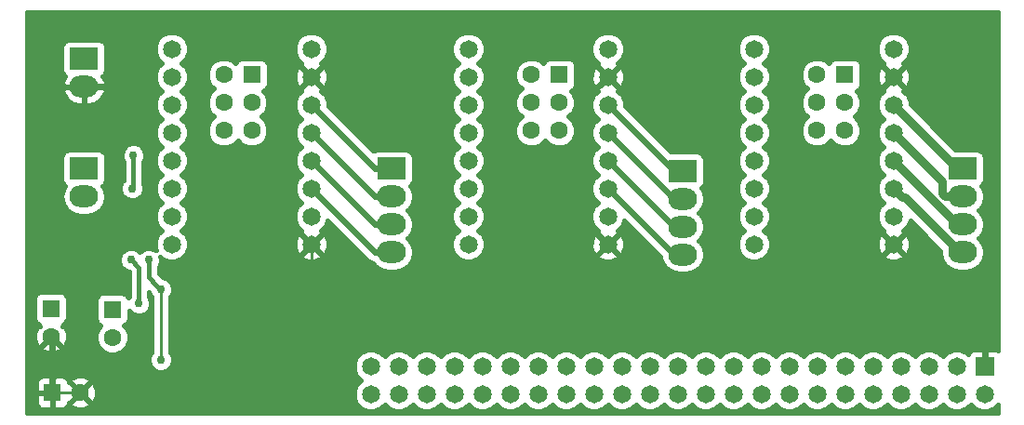
<source format=gbl>
G04 #@! TF.FileFunction,Copper,L2,Bot,Signal*
%FSLAX46Y46*%
G04 Gerber Fmt 4.6, Leading zero omitted, Abs format (unit mm)*
G04 Created by KiCad (PCBNEW 4.0.2-stable) date 6/28/2016 8:29:36 AM*
%MOMM*%
G01*
G04 APERTURE LIST*
%ADD10C,0.100000*%
%ADD11R,2.600000X2.000000*%
%ADD12O,2.600000X2.000000*%
%ADD13R,1.600000X1.600000*%
%ADD14C,1.600000*%
%ADD15R,1.651000X1.651000*%
%ADD16C,1.651000*%
%ADD17C,0.750000*%
%ADD18C,0.600000*%
%ADD19C,0.250000*%
%ADD20C,0.800000*%
%ADD21C,0.400000*%
G04 APERTURE END LIST*
D10*
D11*
X166000000Y-110000000D03*
D12*
X166000000Y-112540000D03*
X166000000Y-115080000D03*
X166000000Y-117620000D03*
D11*
X140500000Y-110200000D03*
D12*
X140500000Y-112740000D03*
X140500000Y-115280000D03*
X140500000Y-117820000D03*
D11*
X114000000Y-110000000D03*
D12*
X114000000Y-112540000D03*
X114000000Y-115080000D03*
X114000000Y-117620000D03*
D11*
X86000000Y-100000000D03*
D12*
X86000000Y-102540000D03*
D13*
X155270000Y-101460000D03*
D14*
X152730000Y-101460000D03*
X155270000Y-104000000D03*
X152730000Y-104000000D03*
X155270000Y-106540000D03*
X152730000Y-106540000D03*
D13*
X129270000Y-101460000D03*
D14*
X126730000Y-101460000D03*
X129270000Y-104000000D03*
X126730000Y-104000000D03*
X129270000Y-106540000D03*
X126730000Y-106540000D03*
D13*
X101270000Y-101460000D03*
D14*
X98730000Y-101460000D03*
X101270000Y-104000000D03*
X98730000Y-104000000D03*
X101270000Y-106540000D03*
X98730000Y-106540000D03*
D13*
X88600000Y-122830000D03*
D14*
X88600000Y-125370000D03*
D13*
X83000000Y-122730000D03*
D14*
X83000000Y-125270000D03*
D11*
X86000000Y-110000000D03*
D12*
X86000000Y-112540000D03*
D15*
X168000000Y-128000000D03*
D16*
X168000000Y-130540000D03*
X165460000Y-128000000D03*
X165460000Y-130540000D03*
X162920000Y-128000000D03*
X162920000Y-130540000D03*
X160380000Y-128000000D03*
X160380000Y-130540000D03*
X157840000Y-128000000D03*
X157840000Y-130540000D03*
X155300000Y-128000000D03*
X155300000Y-130540000D03*
X152760000Y-128000000D03*
X152760000Y-130540000D03*
X150220000Y-128000000D03*
X150220000Y-130540000D03*
X147680000Y-128000000D03*
X147680000Y-130540000D03*
X145140000Y-128000000D03*
X145140000Y-130540000D03*
X142600000Y-128000000D03*
X142600000Y-130540000D03*
X140060000Y-128000000D03*
X140060000Y-130540000D03*
X137520000Y-128000000D03*
X137520000Y-130540000D03*
X134980000Y-128000000D03*
X134980000Y-130540000D03*
X132440000Y-128000000D03*
X132440000Y-130540000D03*
X129900000Y-128000000D03*
X129900000Y-130540000D03*
X127360000Y-128000000D03*
X127360000Y-130540000D03*
X124820000Y-128000000D03*
X124820000Y-130540000D03*
X122280000Y-128000000D03*
X122280000Y-130540000D03*
X119740000Y-128000000D03*
X119740000Y-130540000D03*
X117200000Y-128000000D03*
X117200000Y-130540000D03*
X114660000Y-128000000D03*
X114660000Y-130540000D03*
X112120000Y-128000000D03*
X112120000Y-130540000D03*
X147000000Y-99110000D03*
X147000000Y-101650000D03*
X147000000Y-104190000D03*
X147000000Y-106730000D03*
X147000000Y-109270000D03*
X147000000Y-111810000D03*
X147000000Y-114350000D03*
X147000000Y-116890000D03*
X159700000Y-116890000D03*
X159700000Y-114350000D03*
X159700000Y-111810000D03*
X159700000Y-109270000D03*
X159700000Y-106730000D03*
X159700000Y-104190000D03*
X159700000Y-101650000D03*
X159700000Y-99110000D03*
X121000000Y-99110000D03*
X121000000Y-101650000D03*
X121000000Y-104190000D03*
X121000000Y-106730000D03*
X121000000Y-109270000D03*
X121000000Y-111810000D03*
X121000000Y-114350000D03*
X121000000Y-116890000D03*
X133700000Y-116890000D03*
X133700000Y-114350000D03*
X133700000Y-111810000D03*
X133700000Y-109270000D03*
X133700000Y-106730000D03*
X133700000Y-104190000D03*
X133700000Y-101650000D03*
X133700000Y-99110000D03*
X94000000Y-99110000D03*
X94000000Y-101650000D03*
X94000000Y-104190000D03*
X94000000Y-106730000D03*
X94000000Y-109270000D03*
X94000000Y-111810000D03*
X94000000Y-114350000D03*
X94000000Y-116890000D03*
X106700000Y-116890000D03*
X106700000Y-114350000D03*
X106700000Y-111810000D03*
X106700000Y-109270000D03*
X106700000Y-106730000D03*
X106700000Y-104190000D03*
X106700000Y-101650000D03*
X106700000Y-99110000D03*
D13*
X83130000Y-130400000D03*
D14*
X85670000Y-130400000D03*
D17*
X102500000Y-121800000D03*
X95650000Y-128800000D03*
X105600000Y-125500000D03*
X92993752Y-120990552D03*
X93000000Y-127400000D03*
X91900000Y-118300000D03*
X91000000Y-122275019D03*
X90300000Y-118300000D03*
X90400000Y-111800000D03*
X90500000Y-108800000D03*
D18*
X168000000Y-128000000D02*
X168000000Y-125190000D01*
X168000000Y-125190000D02*
X159700000Y-116890000D01*
D19*
X106700000Y-124400000D02*
X106700000Y-123100000D01*
X106700000Y-123100000D02*
X106700000Y-116890000D01*
X102500000Y-121800000D02*
X105400000Y-121800000D01*
X105400000Y-121800000D02*
X106700000Y-123100000D01*
D18*
X83100000Y-125070000D02*
X83100000Y-130370000D01*
X83100000Y-130370000D02*
X83130000Y-130400000D01*
D19*
X85670000Y-130400000D02*
X84538630Y-130400000D01*
X84538630Y-130400000D02*
X83130000Y-130400000D01*
X85670000Y-130400000D02*
X87292000Y-128778000D01*
X87292000Y-128778000D02*
X95628000Y-128778000D01*
X95628000Y-128778000D02*
X95650000Y-128800000D01*
X105600000Y-125500000D02*
X106700000Y-124400000D01*
D18*
X129834499Y-97784499D02*
X131393638Y-96225360D01*
X131393638Y-96225360D02*
X154275360Y-96225360D01*
X154275360Y-96225360D02*
X159700000Y-101650000D01*
X86000000Y-102540000D02*
X87900000Y-102540000D01*
X94270520Y-96169480D02*
X101219480Y-96169480D01*
X87900000Y-102540000D02*
X94270520Y-96169480D01*
X101219480Y-96169480D02*
X102834499Y-97784499D01*
X102834499Y-97784499D02*
X104337758Y-96281240D01*
X104337758Y-96281240D02*
X128331240Y-96281240D01*
X128331240Y-96281240D02*
X129834499Y-97784499D01*
X106700000Y-101650000D02*
X104336900Y-104013100D01*
X104336900Y-104013100D02*
X104336900Y-114526900D01*
X104336900Y-114526900D02*
X105874501Y-116064501D01*
X105874501Y-116064501D02*
X106700000Y-116890000D01*
X133700000Y-116890000D02*
X131653279Y-114843279D01*
X131653279Y-114843279D02*
X131653279Y-103696721D01*
X131653279Y-103696721D02*
X132874501Y-102475499D01*
X132874501Y-102475499D02*
X133700000Y-101650000D01*
X159700000Y-116890000D02*
X157581600Y-114771600D01*
X157581600Y-114771600D02*
X157581600Y-103768400D01*
X158874501Y-102475499D02*
X159700000Y-101650000D01*
X157581600Y-103768400D02*
X158874501Y-102475499D01*
X129834499Y-97784499D02*
X133700000Y-101650000D01*
X102834499Y-97784499D02*
X105874501Y-100824501D01*
X105874501Y-100824501D02*
X106700000Y-101650000D01*
D20*
X159700000Y-104190000D02*
X165510000Y-110000000D01*
X165510000Y-110000000D02*
X166000000Y-110000000D01*
X164384228Y-112540000D02*
X166000000Y-112540000D01*
X164100010Y-112255782D02*
X164384228Y-112540000D01*
X164100010Y-111130010D02*
X164100010Y-112255782D01*
X159700000Y-106730000D02*
X164100010Y-111130010D01*
X159700000Y-109270000D02*
X165510000Y-115080000D01*
X165510000Y-115080000D02*
X166000000Y-115080000D01*
X159700000Y-111810000D02*
X160525499Y-112635499D01*
X160525499Y-112635499D02*
X160715499Y-112635499D01*
X160715499Y-112635499D02*
X165700000Y-117620000D01*
X165700000Y-117620000D02*
X166000000Y-117620000D01*
D18*
X133700000Y-104190000D02*
X139710000Y-110200000D01*
X139710000Y-110200000D02*
X140500000Y-110200000D01*
X133700000Y-106730000D02*
X139710000Y-112740000D01*
X139710000Y-112740000D02*
X140500000Y-112740000D01*
D20*
X139510000Y-112540000D02*
X140000000Y-112540000D01*
D18*
X133700000Y-109270000D02*
X139710000Y-115280000D01*
X139710000Y-115280000D02*
X140500000Y-115280000D01*
D20*
X139700000Y-115080000D02*
X140000000Y-115080000D01*
D18*
X133700000Y-111810000D02*
X139710000Y-117820000D01*
X139710000Y-117820000D02*
X140500000Y-117820000D01*
D20*
X139631992Y-117741992D02*
X139878008Y-117741992D01*
X139878008Y-117741992D02*
X140000000Y-117620000D01*
D18*
X106700000Y-104190000D02*
X112510000Y-110000000D01*
X112510000Y-110000000D02*
X114000000Y-110000000D01*
X106700000Y-106730000D02*
X112510000Y-112540000D01*
X112510000Y-112540000D02*
X114000000Y-112540000D01*
X106700000Y-109270000D02*
X112510000Y-115080000D01*
X112510000Y-115080000D02*
X114000000Y-115080000D01*
X106700000Y-111810000D02*
X112510000Y-117620000D01*
X112510000Y-117620000D02*
X114000000Y-117620000D01*
D20*
X106700000Y-111810000D02*
X106810000Y-111810000D01*
D19*
X93000000Y-127400000D02*
X93000000Y-120996800D01*
X93000000Y-120996800D02*
X92993752Y-120990552D01*
D21*
X92618753Y-120615553D02*
X92993752Y-120990552D01*
X91900000Y-118300000D02*
X91900000Y-119896800D01*
X91900000Y-119896800D02*
X92618753Y-120615553D01*
X152540000Y-101650000D02*
X152730000Y-101460000D01*
X147190000Y-104000000D02*
X147000000Y-104190000D01*
X152540000Y-106730000D02*
X152730000Y-106540000D01*
X126540000Y-101650000D02*
X126730000Y-101460000D01*
X121190000Y-104000000D02*
X121000000Y-104190000D01*
X126540000Y-106730000D02*
X126730000Y-106540000D01*
X98540000Y-101650000D02*
X98730000Y-101460000D01*
X98540000Y-104190000D02*
X98730000Y-104000000D01*
X98540000Y-106730000D02*
X98730000Y-106540000D01*
X91000000Y-121744689D02*
X91000000Y-122275019D01*
X91000000Y-119000000D02*
X91000000Y-121744689D01*
X90300000Y-118300000D02*
X91000000Y-119000000D01*
X90400000Y-111800000D02*
X90500000Y-111700000D01*
X90500000Y-111700000D02*
X90500000Y-108800000D01*
G36*
X169217000Y-126570331D02*
X168966330Y-126466500D01*
X168231000Y-126466500D01*
X168054000Y-126643500D01*
X168054000Y-127946000D01*
X168074000Y-127946000D01*
X168074000Y-128054000D01*
X168054000Y-128054000D01*
X168054000Y-128074000D01*
X167946000Y-128074000D01*
X167946000Y-128054000D01*
X167926000Y-128054000D01*
X167926000Y-127946000D01*
X167946000Y-127946000D01*
X167946000Y-126643500D01*
X167769000Y-126466500D01*
X167033670Y-126466500D01*
X166773450Y-126574287D01*
X166574287Y-126773450D01*
X166523879Y-126895146D01*
X166329792Y-126700720D01*
X165766370Y-126466767D01*
X165156306Y-126466234D01*
X164592477Y-126699204D01*
X164189676Y-127101303D01*
X163789792Y-126700720D01*
X163226370Y-126466767D01*
X162616306Y-126466234D01*
X162052477Y-126699204D01*
X161649676Y-127101303D01*
X161249792Y-126700720D01*
X160686370Y-126466767D01*
X160076306Y-126466234D01*
X159512477Y-126699204D01*
X159109676Y-127101303D01*
X158709792Y-126700720D01*
X158146370Y-126466767D01*
X157536306Y-126466234D01*
X156972477Y-126699204D01*
X156569676Y-127101303D01*
X156169792Y-126700720D01*
X155606370Y-126466767D01*
X154996306Y-126466234D01*
X154432477Y-126699204D01*
X154029676Y-127101303D01*
X153629792Y-126700720D01*
X153066370Y-126466767D01*
X152456306Y-126466234D01*
X151892477Y-126699204D01*
X151489676Y-127101303D01*
X151089792Y-126700720D01*
X150526370Y-126466767D01*
X149916306Y-126466234D01*
X149352477Y-126699204D01*
X148949676Y-127101303D01*
X148549792Y-126700720D01*
X147986370Y-126466767D01*
X147376306Y-126466234D01*
X146812477Y-126699204D01*
X146409676Y-127101303D01*
X146009792Y-126700720D01*
X145446370Y-126466767D01*
X144836306Y-126466234D01*
X144272477Y-126699204D01*
X143869676Y-127101303D01*
X143469792Y-126700720D01*
X142906370Y-126466767D01*
X142296306Y-126466234D01*
X141732477Y-126699204D01*
X141329676Y-127101303D01*
X140929792Y-126700720D01*
X140366370Y-126466767D01*
X139756306Y-126466234D01*
X139192477Y-126699204D01*
X138789676Y-127101303D01*
X138389792Y-126700720D01*
X137826370Y-126466767D01*
X137216306Y-126466234D01*
X136652477Y-126699204D01*
X136249676Y-127101303D01*
X135849792Y-126700720D01*
X135286370Y-126466767D01*
X134676306Y-126466234D01*
X134112477Y-126699204D01*
X133709676Y-127101303D01*
X133309792Y-126700720D01*
X132746370Y-126466767D01*
X132136306Y-126466234D01*
X131572477Y-126699204D01*
X131169676Y-127101303D01*
X130769792Y-126700720D01*
X130206370Y-126466767D01*
X129596306Y-126466234D01*
X129032477Y-126699204D01*
X128629676Y-127101303D01*
X128229792Y-126700720D01*
X127666370Y-126466767D01*
X127056306Y-126466234D01*
X126492477Y-126699204D01*
X126089676Y-127101303D01*
X125689792Y-126700720D01*
X125126370Y-126466767D01*
X124516306Y-126466234D01*
X123952477Y-126699204D01*
X123549676Y-127101303D01*
X123149792Y-126700720D01*
X122586370Y-126466767D01*
X121976306Y-126466234D01*
X121412477Y-126699204D01*
X121009676Y-127101303D01*
X120609792Y-126700720D01*
X120046370Y-126466767D01*
X119436306Y-126466234D01*
X118872477Y-126699204D01*
X118469676Y-127101303D01*
X118069792Y-126700720D01*
X117506370Y-126466767D01*
X116896306Y-126466234D01*
X116332477Y-126699204D01*
X115929676Y-127101303D01*
X115529792Y-126700720D01*
X114966370Y-126466767D01*
X114356306Y-126466234D01*
X113792477Y-126699204D01*
X113389676Y-127101303D01*
X112989792Y-126700720D01*
X112426370Y-126466767D01*
X111816306Y-126466234D01*
X111252477Y-126699204D01*
X110820720Y-127130208D01*
X110586767Y-127693630D01*
X110586234Y-128303694D01*
X110819204Y-128867523D01*
X111221303Y-129270324D01*
X110820720Y-129670208D01*
X110586767Y-130233630D01*
X110586234Y-130843694D01*
X110819204Y-131407523D01*
X111250208Y-131839280D01*
X111813630Y-132073233D01*
X112423694Y-132073766D01*
X112987523Y-131840796D01*
X113390324Y-131438697D01*
X113790208Y-131839280D01*
X114353630Y-132073233D01*
X114963694Y-132073766D01*
X115527523Y-131840796D01*
X115930324Y-131438697D01*
X116330208Y-131839280D01*
X116893630Y-132073233D01*
X117503694Y-132073766D01*
X118067523Y-131840796D01*
X118470324Y-131438697D01*
X118870208Y-131839280D01*
X119433630Y-132073233D01*
X120043694Y-132073766D01*
X120607523Y-131840796D01*
X121010324Y-131438697D01*
X121410208Y-131839280D01*
X121973630Y-132073233D01*
X122583694Y-132073766D01*
X123147523Y-131840796D01*
X123550324Y-131438697D01*
X123950208Y-131839280D01*
X124513630Y-132073233D01*
X125123694Y-132073766D01*
X125687523Y-131840796D01*
X126090324Y-131438697D01*
X126490208Y-131839280D01*
X127053630Y-132073233D01*
X127663694Y-132073766D01*
X128227523Y-131840796D01*
X128630324Y-131438697D01*
X129030208Y-131839280D01*
X129593630Y-132073233D01*
X130203694Y-132073766D01*
X130767523Y-131840796D01*
X131170324Y-131438697D01*
X131570208Y-131839280D01*
X132133630Y-132073233D01*
X132743694Y-132073766D01*
X133307523Y-131840796D01*
X133710324Y-131438697D01*
X134110208Y-131839280D01*
X134673630Y-132073233D01*
X135283694Y-132073766D01*
X135847523Y-131840796D01*
X136250324Y-131438697D01*
X136650208Y-131839280D01*
X137213630Y-132073233D01*
X137823694Y-132073766D01*
X138387523Y-131840796D01*
X138790324Y-131438697D01*
X139190208Y-131839280D01*
X139753630Y-132073233D01*
X140363694Y-132073766D01*
X140927523Y-131840796D01*
X141330324Y-131438697D01*
X141730208Y-131839280D01*
X142293630Y-132073233D01*
X142903694Y-132073766D01*
X143467523Y-131840796D01*
X143870324Y-131438697D01*
X144270208Y-131839280D01*
X144833630Y-132073233D01*
X145443694Y-132073766D01*
X146007523Y-131840796D01*
X146410324Y-131438697D01*
X146810208Y-131839280D01*
X147373630Y-132073233D01*
X147983694Y-132073766D01*
X148547523Y-131840796D01*
X148950324Y-131438697D01*
X149350208Y-131839280D01*
X149913630Y-132073233D01*
X150523694Y-132073766D01*
X151087523Y-131840796D01*
X151490324Y-131438697D01*
X151890208Y-131839280D01*
X152453630Y-132073233D01*
X153063694Y-132073766D01*
X153627523Y-131840796D01*
X154030324Y-131438697D01*
X154430208Y-131839280D01*
X154993630Y-132073233D01*
X155603694Y-132073766D01*
X156167523Y-131840796D01*
X156570324Y-131438697D01*
X156970208Y-131839280D01*
X157533630Y-132073233D01*
X158143694Y-132073766D01*
X158707523Y-131840796D01*
X159110324Y-131438697D01*
X159510208Y-131839280D01*
X160073630Y-132073233D01*
X160683694Y-132073766D01*
X161247523Y-131840796D01*
X161650324Y-131438697D01*
X162050208Y-131839280D01*
X162613630Y-132073233D01*
X163223694Y-132073766D01*
X163787523Y-131840796D01*
X164190324Y-131438697D01*
X164590208Y-131839280D01*
X165153630Y-132073233D01*
X165763694Y-132073766D01*
X166327523Y-131840796D01*
X166730324Y-131438697D01*
X167130208Y-131839280D01*
X167693630Y-132073233D01*
X168303694Y-132073766D01*
X168867523Y-131840796D01*
X169217000Y-131491929D01*
X169217000Y-132217000D01*
X80783000Y-132217000D01*
X80783000Y-130631000D01*
X81622000Y-130631000D01*
X81622000Y-131340830D01*
X81729787Y-131601050D01*
X81928950Y-131800213D01*
X82189170Y-131908000D01*
X82899000Y-131908000D01*
X83076000Y-131731000D01*
X83076000Y-130454000D01*
X81799000Y-130454000D01*
X81622000Y-130631000D01*
X80783000Y-130631000D01*
X80783000Y-129459170D01*
X81622000Y-129459170D01*
X81622000Y-130169000D01*
X81799000Y-130346000D01*
X83076000Y-130346000D01*
X83076000Y-129069000D01*
X83184000Y-129069000D01*
X83184000Y-130346000D01*
X83204000Y-130346000D01*
X83204000Y-130454000D01*
X83184000Y-130454000D01*
X83184000Y-131731000D01*
X83361000Y-131908000D01*
X84070830Y-131908000D01*
X84331050Y-131800213D01*
X84530213Y-131601050D01*
X84613708Y-131399475D01*
X84746893Y-131399475D01*
X84810499Y-131674871D01*
X85363797Y-131906744D01*
X85963712Y-131909228D01*
X86518911Y-131681946D01*
X86529501Y-131674871D01*
X86593107Y-131399475D01*
X85670000Y-130476368D01*
X84746893Y-131399475D01*
X84613708Y-131399475D01*
X84638000Y-131340830D01*
X84638000Y-131315595D01*
X84670525Y-131323107D01*
X85593632Y-130400000D01*
X85746368Y-130400000D01*
X86669475Y-131323107D01*
X86944871Y-131259501D01*
X87176744Y-130706203D01*
X87179228Y-130106288D01*
X86951946Y-129551089D01*
X86944871Y-129540499D01*
X86669475Y-129476893D01*
X85746368Y-130400000D01*
X85593632Y-130400000D01*
X84670525Y-129476893D01*
X84638000Y-129484405D01*
X84638000Y-129459170D01*
X84613709Y-129400525D01*
X84746893Y-129400525D01*
X85670000Y-130323632D01*
X86593107Y-129400525D01*
X86529501Y-129125129D01*
X85976203Y-128893256D01*
X85376288Y-128890772D01*
X84821089Y-129118054D01*
X84810499Y-129125129D01*
X84746893Y-129400525D01*
X84613709Y-129400525D01*
X84530213Y-129198950D01*
X84331050Y-128999787D01*
X84070830Y-128892000D01*
X83361000Y-128892000D01*
X83184000Y-129069000D01*
X83076000Y-129069000D01*
X82899000Y-128892000D01*
X82189170Y-128892000D01*
X81928950Y-128999787D01*
X81729787Y-129198950D01*
X81622000Y-129459170D01*
X80783000Y-129459170D01*
X80783000Y-126269475D01*
X82076893Y-126269475D01*
X82140499Y-126544871D01*
X82693797Y-126776744D01*
X83293712Y-126779228D01*
X83848911Y-126551946D01*
X83859501Y-126544871D01*
X83923107Y-126269475D01*
X83000000Y-125346368D01*
X82076893Y-126269475D01*
X80783000Y-126269475D01*
X80783000Y-121930000D01*
X81478130Y-121930000D01*
X81478130Y-123530000D01*
X81527498Y-123792369D01*
X81682558Y-124033339D01*
X81911416Y-124189711D01*
X81877378Y-124223749D01*
X82000523Y-124346894D01*
X81725129Y-124410499D01*
X81493256Y-124963797D01*
X81490772Y-125563712D01*
X81718054Y-126118911D01*
X81725129Y-126129501D01*
X82000525Y-126193107D01*
X82923632Y-125270000D01*
X82909490Y-125255858D01*
X82985858Y-125179490D01*
X83000000Y-125193632D01*
X83014142Y-125179490D01*
X83090510Y-125255858D01*
X83076368Y-125270000D01*
X83999475Y-126193107D01*
X84274871Y-126129501D01*
X84506744Y-125576203D01*
X84509228Y-124976288D01*
X84281946Y-124421089D01*
X84274871Y-124410499D01*
X83999477Y-124346894D01*
X84122622Y-124223749D01*
X84086103Y-124187230D01*
X84303339Y-124047442D01*
X84464997Y-123810848D01*
X84521870Y-123530000D01*
X84521870Y-122030000D01*
X87078130Y-122030000D01*
X87078130Y-123630000D01*
X87127498Y-123892369D01*
X87282558Y-124133339D01*
X87519152Y-124294997D01*
X87538466Y-124298908D01*
X87322326Y-124514672D01*
X87092263Y-125068724D01*
X87091739Y-125668644D01*
X87320835Y-126223097D01*
X87744672Y-126647674D01*
X88298724Y-126877737D01*
X88898644Y-126878261D01*
X89453097Y-126649165D01*
X89877674Y-126225328D01*
X90107737Y-125671276D01*
X90108261Y-125071356D01*
X89879165Y-124516903D01*
X89664055Y-124301417D01*
X89903339Y-124147442D01*
X90064997Y-123910848D01*
X90121870Y-123630000D01*
X90121870Y-122928287D01*
X90385729Y-123192606D01*
X90783633Y-123357830D01*
X91214477Y-123358206D01*
X91612669Y-123193677D01*
X91917587Y-122889290D01*
X92082811Y-122491386D01*
X92083187Y-122060542D01*
X91918658Y-121662350D01*
X91908000Y-121651673D01*
X91908000Y-121188906D01*
X91910577Y-121191483D01*
X91910565Y-121205029D01*
X92075094Y-121603221D01*
X92167000Y-121695287D01*
X92167000Y-126701289D01*
X92082413Y-126785729D01*
X91917189Y-127183633D01*
X91916813Y-127614477D01*
X92081342Y-128012669D01*
X92385729Y-128317587D01*
X92783633Y-128482811D01*
X93214477Y-128483187D01*
X93612669Y-128318658D01*
X93917587Y-128014271D01*
X94082811Y-127616367D01*
X94083187Y-127185523D01*
X93918658Y-126787331D01*
X93833000Y-126701524D01*
X93833000Y-121683026D01*
X93911339Y-121604823D01*
X94076563Y-121206919D01*
X94076939Y-120776075D01*
X93912410Y-120377883D01*
X93608023Y-120072965D01*
X93210119Y-119907741D01*
X93195034Y-119907728D01*
X92808000Y-119520694D01*
X92808000Y-118923841D01*
X92817587Y-118914271D01*
X92982811Y-118516367D01*
X92983187Y-118085523D01*
X92952505Y-118011266D01*
X93130208Y-118189280D01*
X93693630Y-118423233D01*
X94303694Y-118423766D01*
X94867523Y-118190796D01*
X95150939Y-117907874D01*
X105758494Y-117907874D01*
X105825208Y-118185918D01*
X106387724Y-118422041D01*
X106997781Y-118424924D01*
X107562504Y-118194129D01*
X107574792Y-118185918D01*
X107641506Y-117907874D01*
X106700000Y-116966368D01*
X105758494Y-117907874D01*
X95150939Y-117907874D01*
X95299280Y-117759792D01*
X95533233Y-117196370D01*
X95533240Y-117187781D01*
X105165076Y-117187781D01*
X105395871Y-117752504D01*
X105404082Y-117764792D01*
X105682126Y-117831506D01*
X106623632Y-116890000D01*
X106776368Y-116890000D01*
X107717874Y-117831506D01*
X107995918Y-117764792D01*
X108232041Y-117202276D01*
X108234924Y-116592219D01*
X108004129Y-116027496D01*
X107995918Y-116015208D01*
X107717874Y-115948494D01*
X106776368Y-116890000D01*
X106623632Y-116890000D01*
X105682126Y-115948494D01*
X105404082Y-116015208D01*
X105167959Y-116577724D01*
X105165076Y-117187781D01*
X95533240Y-117187781D01*
X95533766Y-116586306D01*
X95300796Y-116022477D01*
X94898697Y-115619676D01*
X95299280Y-115219792D01*
X95533233Y-114656370D01*
X95533766Y-114046306D01*
X95300796Y-113482477D01*
X94898697Y-113079676D01*
X95299280Y-112679792D01*
X95533233Y-112116370D01*
X95533766Y-111506306D01*
X95300796Y-110942477D01*
X94898697Y-110539676D01*
X95299280Y-110139792D01*
X95533233Y-109576370D01*
X95533766Y-108966306D01*
X95300796Y-108402477D01*
X94898697Y-107999676D01*
X95299280Y-107599792D01*
X95533233Y-107036370D01*
X95533766Y-106426306D01*
X95300796Y-105862477D01*
X94898697Y-105459676D01*
X95299280Y-105059792D01*
X95533233Y-104496370D01*
X95533766Y-103886306D01*
X95300796Y-103322477D01*
X94898697Y-102919676D01*
X95299280Y-102519792D01*
X95533233Y-101956370D01*
X95533405Y-101758644D01*
X97221739Y-101758644D01*
X97450835Y-102313097D01*
X97867366Y-102730355D01*
X97452326Y-103144672D01*
X97222263Y-103698724D01*
X97221739Y-104298644D01*
X97450835Y-104853097D01*
X97867366Y-105270355D01*
X97452326Y-105684672D01*
X97222263Y-106238724D01*
X97221739Y-106838644D01*
X97450835Y-107393097D01*
X97874672Y-107817674D01*
X98428724Y-108047737D01*
X99028644Y-108048261D01*
X99583097Y-107819165D01*
X100000355Y-107402634D01*
X100414672Y-107817674D01*
X100968724Y-108047737D01*
X101568644Y-108048261D01*
X102123097Y-107819165D01*
X102547674Y-107395328D01*
X102777737Y-106841276D01*
X102778261Y-106241356D01*
X102549165Y-105686903D01*
X102132634Y-105269645D01*
X102547674Y-104855328D01*
X102697837Y-104493694D01*
X105166234Y-104493694D01*
X105399204Y-105057523D01*
X105801303Y-105460324D01*
X105400720Y-105860208D01*
X105166767Y-106423630D01*
X105166234Y-107033694D01*
X105399204Y-107597523D01*
X105801303Y-108000324D01*
X105400720Y-108400208D01*
X105166767Y-108963630D01*
X105166234Y-109573694D01*
X105399204Y-110137523D01*
X105801303Y-110540324D01*
X105400720Y-110940208D01*
X105166767Y-111503630D01*
X105166234Y-112113694D01*
X105399204Y-112677523D01*
X105801303Y-113080324D01*
X105400720Y-113480208D01*
X105166767Y-114043630D01*
X105166234Y-114653694D01*
X105399204Y-115217523D01*
X105815499Y-115634545D01*
X105758494Y-115872126D01*
X106700000Y-116813632D01*
X107641506Y-115872126D01*
X107584366Y-115633983D01*
X107999280Y-115219792D01*
X108200257Y-114735785D01*
X111797234Y-118332761D01*
X111797236Y-118332764D01*
X112085635Y-118525466D01*
X112124255Y-118551271D01*
X112290257Y-118584291D01*
X112452923Y-118827738D01*
X113007038Y-119197986D01*
X113660661Y-119328000D01*
X114339339Y-119328000D01*
X114992962Y-119197986D01*
X115547077Y-118827738D01*
X115917325Y-118273623D01*
X116047339Y-117620000D01*
X115917325Y-116966377D01*
X115547077Y-116412262D01*
X115453895Y-116350000D01*
X115547077Y-116287738D01*
X115917325Y-115733623D01*
X116047339Y-115080000D01*
X115917325Y-114426377D01*
X115547077Y-113872262D01*
X115453895Y-113810000D01*
X115547077Y-113747738D01*
X115917325Y-113193623D01*
X116047339Y-112540000D01*
X115917325Y-111886377D01*
X115710659Y-111577080D01*
X115803339Y-111517442D01*
X115964997Y-111280848D01*
X116021870Y-111000000D01*
X116021870Y-109000000D01*
X115972502Y-108737631D01*
X115817442Y-108496661D01*
X115580848Y-108335003D01*
X115300000Y-108278130D01*
X112700000Y-108278130D01*
X112437631Y-108327498D01*
X112331390Y-108395862D01*
X108233406Y-104297879D01*
X108233766Y-103886306D01*
X108000796Y-103322477D01*
X107584501Y-102905455D01*
X107641506Y-102667874D01*
X106700000Y-101726368D01*
X105758494Y-102667874D01*
X105815634Y-102906017D01*
X105400720Y-103320208D01*
X105166767Y-103883630D01*
X105166234Y-104493694D01*
X102697837Y-104493694D01*
X102777737Y-104301276D01*
X102778261Y-103701356D01*
X102549165Y-103146903D01*
X102334055Y-102931417D01*
X102573339Y-102777442D01*
X102734997Y-102540848D01*
X102791870Y-102260000D01*
X102791870Y-101947781D01*
X105165076Y-101947781D01*
X105395871Y-102512504D01*
X105404082Y-102524792D01*
X105682126Y-102591506D01*
X106623632Y-101650000D01*
X106776368Y-101650000D01*
X107717874Y-102591506D01*
X107995918Y-102524792D01*
X108232041Y-101962276D01*
X108234924Y-101352219D01*
X108004129Y-100787496D01*
X107995918Y-100775208D01*
X107717874Y-100708494D01*
X106776368Y-101650000D01*
X106623632Y-101650000D01*
X105682126Y-100708494D01*
X105404082Y-100775208D01*
X105167959Y-101337724D01*
X105165076Y-101947781D01*
X102791870Y-101947781D01*
X102791870Y-100660000D01*
X102742502Y-100397631D01*
X102587442Y-100156661D01*
X102350848Y-99995003D01*
X102070000Y-99938130D01*
X100470000Y-99938130D01*
X100207631Y-99987498D01*
X99966661Y-100142558D01*
X99805003Y-100379152D01*
X99801092Y-100398466D01*
X99585328Y-100182326D01*
X99031276Y-99952263D01*
X98431356Y-99951739D01*
X97876903Y-100180835D01*
X97452326Y-100604672D01*
X97222263Y-101158724D01*
X97221739Y-101758644D01*
X95533405Y-101758644D01*
X95533766Y-101346306D01*
X95300796Y-100782477D01*
X94898697Y-100379676D01*
X95299280Y-99979792D01*
X95533233Y-99416370D01*
X95533235Y-99413694D01*
X105166234Y-99413694D01*
X105399204Y-99977523D01*
X105815499Y-100394545D01*
X105758494Y-100632126D01*
X106700000Y-101573632D01*
X107641506Y-100632126D01*
X107584366Y-100393983D01*
X107999280Y-99979792D01*
X108233233Y-99416370D01*
X108233235Y-99413694D01*
X119466234Y-99413694D01*
X119699204Y-99977523D01*
X120101303Y-100380324D01*
X119700720Y-100780208D01*
X119466767Y-101343630D01*
X119466234Y-101953694D01*
X119699204Y-102517523D01*
X120101303Y-102920324D01*
X119700720Y-103320208D01*
X119466767Y-103883630D01*
X119466234Y-104493694D01*
X119699204Y-105057523D01*
X120101303Y-105460324D01*
X119700720Y-105860208D01*
X119466767Y-106423630D01*
X119466234Y-107033694D01*
X119699204Y-107597523D01*
X120101303Y-108000324D01*
X119700720Y-108400208D01*
X119466767Y-108963630D01*
X119466234Y-109573694D01*
X119699204Y-110137523D01*
X120101303Y-110540324D01*
X119700720Y-110940208D01*
X119466767Y-111503630D01*
X119466234Y-112113694D01*
X119699204Y-112677523D01*
X120101303Y-113080324D01*
X119700720Y-113480208D01*
X119466767Y-114043630D01*
X119466234Y-114653694D01*
X119699204Y-115217523D01*
X120101303Y-115620324D01*
X119700720Y-116020208D01*
X119466767Y-116583630D01*
X119466234Y-117193694D01*
X119699204Y-117757523D01*
X120130208Y-118189280D01*
X120693630Y-118423233D01*
X121303694Y-118423766D01*
X121867523Y-118190796D01*
X122150939Y-117907874D01*
X132758494Y-117907874D01*
X132825208Y-118185918D01*
X133387724Y-118422041D01*
X133997781Y-118424924D01*
X134562504Y-118194129D01*
X134574792Y-118185918D01*
X134641506Y-117907874D01*
X133700000Y-116966368D01*
X132758494Y-117907874D01*
X122150939Y-117907874D01*
X122299280Y-117759792D01*
X122533233Y-117196370D01*
X122533240Y-117187781D01*
X132165076Y-117187781D01*
X132395871Y-117752504D01*
X132404082Y-117764792D01*
X132682126Y-117831506D01*
X133623632Y-116890000D01*
X133776368Y-116890000D01*
X134717874Y-117831506D01*
X134995918Y-117764792D01*
X135232041Y-117202276D01*
X135234924Y-116592219D01*
X135004129Y-116027496D01*
X134995918Y-116015208D01*
X134717874Y-115948494D01*
X133776368Y-116890000D01*
X133623632Y-116890000D01*
X132682126Y-115948494D01*
X132404082Y-116015208D01*
X132167959Y-116577724D01*
X132165076Y-117187781D01*
X122533240Y-117187781D01*
X122533766Y-116586306D01*
X122300796Y-116022477D01*
X121898697Y-115619676D01*
X122299280Y-115219792D01*
X122533233Y-114656370D01*
X122533766Y-114046306D01*
X122300796Y-113482477D01*
X121898697Y-113079676D01*
X122299280Y-112679792D01*
X122533233Y-112116370D01*
X122533766Y-111506306D01*
X122300796Y-110942477D01*
X121898697Y-110539676D01*
X122299280Y-110139792D01*
X122533233Y-109576370D01*
X122533766Y-108966306D01*
X122300796Y-108402477D01*
X121898697Y-107999676D01*
X122299280Y-107599792D01*
X122533233Y-107036370D01*
X122533766Y-106426306D01*
X122300796Y-105862477D01*
X121898697Y-105459676D01*
X122299280Y-105059792D01*
X122533233Y-104496370D01*
X122533766Y-103886306D01*
X122300796Y-103322477D01*
X121898697Y-102919676D01*
X122299280Y-102519792D01*
X122533233Y-101956370D01*
X122533405Y-101758644D01*
X125221739Y-101758644D01*
X125450835Y-102313097D01*
X125867366Y-102730355D01*
X125452326Y-103144672D01*
X125222263Y-103698724D01*
X125221739Y-104298644D01*
X125450835Y-104853097D01*
X125867366Y-105270355D01*
X125452326Y-105684672D01*
X125222263Y-106238724D01*
X125221739Y-106838644D01*
X125450835Y-107393097D01*
X125874672Y-107817674D01*
X126428724Y-108047737D01*
X127028644Y-108048261D01*
X127583097Y-107819165D01*
X128000355Y-107402634D01*
X128414672Y-107817674D01*
X128968724Y-108047737D01*
X129568644Y-108048261D01*
X130123097Y-107819165D01*
X130547674Y-107395328D01*
X130777737Y-106841276D01*
X130778261Y-106241356D01*
X130549165Y-105686903D01*
X130132634Y-105269645D01*
X130547674Y-104855328D01*
X130697837Y-104493694D01*
X132166234Y-104493694D01*
X132399204Y-105057523D01*
X132801303Y-105460324D01*
X132400720Y-105860208D01*
X132166767Y-106423630D01*
X132166234Y-107033694D01*
X132399204Y-107597523D01*
X132801303Y-108000324D01*
X132400720Y-108400208D01*
X132166767Y-108963630D01*
X132166234Y-109573694D01*
X132399204Y-110137523D01*
X132801303Y-110540324D01*
X132400720Y-110940208D01*
X132166767Y-111503630D01*
X132166234Y-112113694D01*
X132399204Y-112677523D01*
X132801303Y-113080324D01*
X132400720Y-113480208D01*
X132166767Y-114043630D01*
X132166234Y-114653694D01*
X132399204Y-115217523D01*
X132815499Y-115634545D01*
X132758494Y-115872126D01*
X133700000Y-116813632D01*
X134641506Y-115872126D01*
X134584366Y-115633983D01*
X134999280Y-115219792D01*
X135200257Y-114735785D01*
X138494423Y-118029950D01*
X138582675Y-118473623D01*
X138952923Y-119027738D01*
X139507038Y-119397986D01*
X140160661Y-119528000D01*
X140839339Y-119528000D01*
X141492962Y-119397986D01*
X142047077Y-119027738D01*
X142417325Y-118473623D01*
X142547339Y-117820000D01*
X142417325Y-117166377D01*
X142047077Y-116612262D01*
X141953895Y-116550000D01*
X142047077Y-116487738D01*
X142417325Y-115933623D01*
X142547339Y-115280000D01*
X142417325Y-114626377D01*
X142047077Y-114072262D01*
X141953895Y-114010000D01*
X142047077Y-113947738D01*
X142417325Y-113393623D01*
X142547339Y-112740000D01*
X142417325Y-112086377D01*
X142210659Y-111777080D01*
X142303339Y-111717442D01*
X142464997Y-111480848D01*
X142521870Y-111200000D01*
X142521870Y-109200000D01*
X142472502Y-108937631D01*
X142317442Y-108696661D01*
X142080848Y-108535003D01*
X141800000Y-108478130D01*
X139413657Y-108478130D01*
X135233406Y-104297879D01*
X135233766Y-103886306D01*
X135000796Y-103322477D01*
X134584501Y-102905455D01*
X134641506Y-102667874D01*
X133700000Y-101726368D01*
X132758494Y-102667874D01*
X132815634Y-102906017D01*
X132400720Y-103320208D01*
X132166767Y-103883630D01*
X132166234Y-104493694D01*
X130697837Y-104493694D01*
X130777737Y-104301276D01*
X130778261Y-103701356D01*
X130549165Y-103146903D01*
X130334055Y-102931417D01*
X130573339Y-102777442D01*
X130734997Y-102540848D01*
X130791870Y-102260000D01*
X130791870Y-101947781D01*
X132165076Y-101947781D01*
X132395871Y-102512504D01*
X132404082Y-102524792D01*
X132682126Y-102591506D01*
X133623632Y-101650000D01*
X133776368Y-101650000D01*
X134717874Y-102591506D01*
X134995918Y-102524792D01*
X135232041Y-101962276D01*
X135234924Y-101352219D01*
X135004129Y-100787496D01*
X134995918Y-100775208D01*
X134717874Y-100708494D01*
X133776368Y-101650000D01*
X133623632Y-101650000D01*
X132682126Y-100708494D01*
X132404082Y-100775208D01*
X132167959Y-101337724D01*
X132165076Y-101947781D01*
X130791870Y-101947781D01*
X130791870Y-100660000D01*
X130742502Y-100397631D01*
X130587442Y-100156661D01*
X130350848Y-99995003D01*
X130070000Y-99938130D01*
X128470000Y-99938130D01*
X128207631Y-99987498D01*
X127966661Y-100142558D01*
X127805003Y-100379152D01*
X127801092Y-100398466D01*
X127585328Y-100182326D01*
X127031276Y-99952263D01*
X126431356Y-99951739D01*
X125876903Y-100180835D01*
X125452326Y-100604672D01*
X125222263Y-101158724D01*
X125221739Y-101758644D01*
X122533405Y-101758644D01*
X122533766Y-101346306D01*
X122300796Y-100782477D01*
X121898697Y-100379676D01*
X122299280Y-99979792D01*
X122533233Y-99416370D01*
X122533235Y-99413694D01*
X132166234Y-99413694D01*
X132399204Y-99977523D01*
X132815499Y-100394545D01*
X132758494Y-100632126D01*
X133700000Y-101573632D01*
X134641506Y-100632126D01*
X134584366Y-100393983D01*
X134999280Y-99979792D01*
X135233233Y-99416370D01*
X135233235Y-99413694D01*
X145466234Y-99413694D01*
X145699204Y-99977523D01*
X146101303Y-100380324D01*
X145700720Y-100780208D01*
X145466767Y-101343630D01*
X145466234Y-101953694D01*
X145699204Y-102517523D01*
X146101303Y-102920324D01*
X145700720Y-103320208D01*
X145466767Y-103883630D01*
X145466234Y-104493694D01*
X145699204Y-105057523D01*
X146101303Y-105460324D01*
X145700720Y-105860208D01*
X145466767Y-106423630D01*
X145466234Y-107033694D01*
X145699204Y-107597523D01*
X146101303Y-108000324D01*
X145700720Y-108400208D01*
X145466767Y-108963630D01*
X145466234Y-109573694D01*
X145699204Y-110137523D01*
X146101303Y-110540324D01*
X145700720Y-110940208D01*
X145466767Y-111503630D01*
X145466234Y-112113694D01*
X145699204Y-112677523D01*
X146101303Y-113080324D01*
X145700720Y-113480208D01*
X145466767Y-114043630D01*
X145466234Y-114653694D01*
X145699204Y-115217523D01*
X146101303Y-115620324D01*
X145700720Y-116020208D01*
X145466767Y-116583630D01*
X145466234Y-117193694D01*
X145699204Y-117757523D01*
X146130208Y-118189280D01*
X146693630Y-118423233D01*
X147303694Y-118423766D01*
X147867523Y-118190796D01*
X148150939Y-117907874D01*
X158758494Y-117907874D01*
X158825208Y-118185918D01*
X159387724Y-118422041D01*
X159997781Y-118424924D01*
X160562504Y-118194129D01*
X160574792Y-118185918D01*
X160641506Y-117907874D01*
X159700000Y-116966368D01*
X158758494Y-117907874D01*
X148150939Y-117907874D01*
X148299280Y-117759792D01*
X148533233Y-117196370D01*
X148533240Y-117187781D01*
X158165076Y-117187781D01*
X158395871Y-117752504D01*
X158404082Y-117764792D01*
X158682126Y-117831506D01*
X159623632Y-116890000D01*
X159776368Y-116890000D01*
X160717874Y-117831506D01*
X160995918Y-117764792D01*
X161232041Y-117202276D01*
X161234924Y-116592219D01*
X161004129Y-116027496D01*
X160995918Y-116015208D01*
X160717874Y-115948494D01*
X159776368Y-116890000D01*
X159623632Y-116890000D01*
X158682126Y-115948494D01*
X158404082Y-116015208D01*
X158167959Y-116577724D01*
X158165076Y-117187781D01*
X148533240Y-117187781D01*
X148533766Y-116586306D01*
X148300796Y-116022477D01*
X147898697Y-115619676D01*
X148299280Y-115219792D01*
X148533233Y-114656370D01*
X148533766Y-114046306D01*
X148300796Y-113482477D01*
X147898697Y-113079676D01*
X148299280Y-112679792D01*
X148533233Y-112116370D01*
X148533766Y-111506306D01*
X148300796Y-110942477D01*
X147898697Y-110539676D01*
X148299280Y-110139792D01*
X148533233Y-109576370D01*
X148533766Y-108966306D01*
X148300796Y-108402477D01*
X147898697Y-107999676D01*
X148299280Y-107599792D01*
X148533233Y-107036370D01*
X148533766Y-106426306D01*
X148300796Y-105862477D01*
X147898697Y-105459676D01*
X148299280Y-105059792D01*
X148533233Y-104496370D01*
X148533766Y-103886306D01*
X148300796Y-103322477D01*
X147898697Y-102919676D01*
X148299280Y-102519792D01*
X148533233Y-101956370D01*
X148533405Y-101758644D01*
X151221739Y-101758644D01*
X151450835Y-102313097D01*
X151867366Y-102730355D01*
X151452326Y-103144672D01*
X151222263Y-103698724D01*
X151221739Y-104298644D01*
X151450835Y-104853097D01*
X151867366Y-105270355D01*
X151452326Y-105684672D01*
X151222263Y-106238724D01*
X151221739Y-106838644D01*
X151450835Y-107393097D01*
X151874672Y-107817674D01*
X152428724Y-108047737D01*
X153028644Y-108048261D01*
X153583097Y-107819165D01*
X154000355Y-107402634D01*
X154414672Y-107817674D01*
X154968724Y-108047737D01*
X155568644Y-108048261D01*
X156123097Y-107819165D01*
X156547674Y-107395328D01*
X156777737Y-106841276D01*
X156778261Y-106241356D01*
X156549165Y-105686903D01*
X156132634Y-105269645D01*
X156547674Y-104855328D01*
X156697837Y-104493694D01*
X158166234Y-104493694D01*
X158399204Y-105057523D01*
X158801303Y-105460324D01*
X158400720Y-105860208D01*
X158166767Y-106423630D01*
X158166234Y-107033694D01*
X158399204Y-107597523D01*
X158801303Y-108000324D01*
X158400720Y-108400208D01*
X158166767Y-108963630D01*
X158166234Y-109573694D01*
X158399204Y-110137523D01*
X158801303Y-110540324D01*
X158400720Y-110940208D01*
X158166767Y-111503630D01*
X158166234Y-112113694D01*
X158399204Y-112677523D01*
X158801303Y-113080324D01*
X158400720Y-113480208D01*
X158166767Y-114043630D01*
X158166234Y-114653694D01*
X158399204Y-115217523D01*
X158815499Y-115634545D01*
X158758494Y-115872126D01*
X159700000Y-116813632D01*
X160641506Y-115872126D01*
X160584366Y-115633983D01*
X160999280Y-115219792D01*
X161214511Y-114701459D01*
X163982590Y-117469538D01*
X163952661Y-117620000D01*
X164082675Y-118273623D01*
X164452923Y-118827738D01*
X165007038Y-119197986D01*
X165660661Y-119328000D01*
X166339339Y-119328000D01*
X166992962Y-119197986D01*
X167547077Y-118827738D01*
X167917325Y-118273623D01*
X168047339Y-117620000D01*
X167917325Y-116966377D01*
X167547077Y-116412262D01*
X167453895Y-116350000D01*
X167547077Y-116287738D01*
X167917325Y-115733623D01*
X168047339Y-115080000D01*
X167917325Y-114426377D01*
X167547077Y-113872262D01*
X167453895Y-113810000D01*
X167547077Y-113747738D01*
X167917325Y-113193623D01*
X168047339Y-112540000D01*
X167917325Y-111886377D01*
X167710659Y-111577080D01*
X167803339Y-111517442D01*
X167964997Y-111280848D01*
X168021870Y-111000000D01*
X168021870Y-109000000D01*
X167972502Y-108737631D01*
X167817442Y-108496661D01*
X167580848Y-108335003D01*
X167300000Y-108278130D01*
X165355078Y-108278130D01*
X161233530Y-104156582D01*
X161233766Y-103886306D01*
X161000796Y-103322477D01*
X160584501Y-102905455D01*
X160641506Y-102667874D01*
X159700000Y-101726368D01*
X158758494Y-102667874D01*
X158815634Y-102906017D01*
X158400720Y-103320208D01*
X158166767Y-103883630D01*
X158166234Y-104493694D01*
X156697837Y-104493694D01*
X156777737Y-104301276D01*
X156778261Y-103701356D01*
X156549165Y-103146903D01*
X156334055Y-102931417D01*
X156573339Y-102777442D01*
X156734997Y-102540848D01*
X156791870Y-102260000D01*
X156791870Y-101947781D01*
X158165076Y-101947781D01*
X158395871Y-102512504D01*
X158404082Y-102524792D01*
X158682126Y-102591506D01*
X159623632Y-101650000D01*
X159776368Y-101650000D01*
X160717874Y-102591506D01*
X160995918Y-102524792D01*
X161232041Y-101962276D01*
X161234924Y-101352219D01*
X161004129Y-100787496D01*
X160995918Y-100775208D01*
X160717874Y-100708494D01*
X159776368Y-101650000D01*
X159623632Y-101650000D01*
X158682126Y-100708494D01*
X158404082Y-100775208D01*
X158167959Y-101337724D01*
X158165076Y-101947781D01*
X156791870Y-101947781D01*
X156791870Y-100660000D01*
X156742502Y-100397631D01*
X156587442Y-100156661D01*
X156350848Y-99995003D01*
X156070000Y-99938130D01*
X154470000Y-99938130D01*
X154207631Y-99987498D01*
X153966661Y-100142558D01*
X153805003Y-100379152D01*
X153801092Y-100398466D01*
X153585328Y-100182326D01*
X153031276Y-99952263D01*
X152431356Y-99951739D01*
X151876903Y-100180835D01*
X151452326Y-100604672D01*
X151222263Y-101158724D01*
X151221739Y-101758644D01*
X148533405Y-101758644D01*
X148533766Y-101346306D01*
X148300796Y-100782477D01*
X147898697Y-100379676D01*
X148299280Y-99979792D01*
X148533233Y-99416370D01*
X148533235Y-99413694D01*
X158166234Y-99413694D01*
X158399204Y-99977523D01*
X158815499Y-100394545D01*
X158758494Y-100632126D01*
X159700000Y-101573632D01*
X160641506Y-100632126D01*
X160584366Y-100393983D01*
X160999280Y-99979792D01*
X161233233Y-99416370D01*
X161233766Y-98806306D01*
X161000796Y-98242477D01*
X160569792Y-97810720D01*
X160006370Y-97576767D01*
X159396306Y-97576234D01*
X158832477Y-97809204D01*
X158400720Y-98240208D01*
X158166767Y-98803630D01*
X158166234Y-99413694D01*
X148533235Y-99413694D01*
X148533766Y-98806306D01*
X148300796Y-98242477D01*
X147869792Y-97810720D01*
X147306370Y-97576767D01*
X146696306Y-97576234D01*
X146132477Y-97809204D01*
X145700720Y-98240208D01*
X145466767Y-98803630D01*
X145466234Y-99413694D01*
X135233235Y-99413694D01*
X135233766Y-98806306D01*
X135000796Y-98242477D01*
X134569792Y-97810720D01*
X134006370Y-97576767D01*
X133396306Y-97576234D01*
X132832477Y-97809204D01*
X132400720Y-98240208D01*
X132166767Y-98803630D01*
X132166234Y-99413694D01*
X122533235Y-99413694D01*
X122533766Y-98806306D01*
X122300796Y-98242477D01*
X121869792Y-97810720D01*
X121306370Y-97576767D01*
X120696306Y-97576234D01*
X120132477Y-97809204D01*
X119700720Y-98240208D01*
X119466767Y-98803630D01*
X119466234Y-99413694D01*
X108233235Y-99413694D01*
X108233766Y-98806306D01*
X108000796Y-98242477D01*
X107569792Y-97810720D01*
X107006370Y-97576767D01*
X106396306Y-97576234D01*
X105832477Y-97809204D01*
X105400720Y-98240208D01*
X105166767Y-98803630D01*
X105166234Y-99413694D01*
X95533235Y-99413694D01*
X95533766Y-98806306D01*
X95300796Y-98242477D01*
X94869792Y-97810720D01*
X94306370Y-97576767D01*
X93696306Y-97576234D01*
X93132477Y-97809204D01*
X92700720Y-98240208D01*
X92466767Y-98803630D01*
X92466234Y-99413694D01*
X92699204Y-99977523D01*
X93101303Y-100380324D01*
X92700720Y-100780208D01*
X92466767Y-101343630D01*
X92466234Y-101953694D01*
X92699204Y-102517523D01*
X93101303Y-102920324D01*
X92700720Y-103320208D01*
X92466767Y-103883630D01*
X92466234Y-104493694D01*
X92699204Y-105057523D01*
X93101303Y-105460324D01*
X92700720Y-105860208D01*
X92466767Y-106423630D01*
X92466234Y-107033694D01*
X92699204Y-107597523D01*
X93101303Y-108000324D01*
X92700720Y-108400208D01*
X92466767Y-108963630D01*
X92466234Y-109573694D01*
X92699204Y-110137523D01*
X93101303Y-110540324D01*
X92700720Y-110940208D01*
X92466767Y-111503630D01*
X92466234Y-112113694D01*
X92699204Y-112677523D01*
X93101303Y-113080324D01*
X92700720Y-113480208D01*
X92466767Y-114043630D01*
X92466234Y-114653694D01*
X92699204Y-115217523D01*
X93101303Y-115620324D01*
X92700720Y-116020208D01*
X92466767Y-116583630D01*
X92466234Y-117193694D01*
X92565356Y-117433587D01*
X92514271Y-117382413D01*
X92116367Y-117217189D01*
X91685523Y-117216813D01*
X91287331Y-117381342D01*
X91099940Y-117568406D01*
X90914271Y-117382413D01*
X90516367Y-117217189D01*
X90085523Y-117216813D01*
X89687331Y-117381342D01*
X89382413Y-117685729D01*
X89217189Y-118083633D01*
X89216813Y-118514477D01*
X89381342Y-118912669D01*
X89685729Y-119217587D01*
X90083633Y-119382811D01*
X90092000Y-119382818D01*
X90092000Y-121651178D01*
X90082413Y-121660748D01*
X90051551Y-121735072D01*
X89917442Y-121526661D01*
X89680848Y-121365003D01*
X89400000Y-121308130D01*
X87800000Y-121308130D01*
X87537631Y-121357498D01*
X87296661Y-121512558D01*
X87135003Y-121749152D01*
X87078130Y-122030000D01*
X84521870Y-122030000D01*
X84521870Y-121930000D01*
X84472502Y-121667631D01*
X84317442Y-121426661D01*
X84080848Y-121265003D01*
X83800000Y-121208130D01*
X82200000Y-121208130D01*
X81937631Y-121257498D01*
X81696661Y-121412558D01*
X81535003Y-121649152D01*
X81478130Y-121930000D01*
X80783000Y-121930000D01*
X80783000Y-112540000D01*
X83952661Y-112540000D01*
X84082675Y-113193623D01*
X84452923Y-113747738D01*
X85007038Y-114117986D01*
X85660661Y-114248000D01*
X86339339Y-114248000D01*
X86992962Y-114117986D01*
X87547077Y-113747738D01*
X87917325Y-113193623D01*
X88047339Y-112540000D01*
X87942806Y-112014477D01*
X89316813Y-112014477D01*
X89481342Y-112412669D01*
X89785729Y-112717587D01*
X90183633Y-112882811D01*
X90614477Y-112883187D01*
X91012669Y-112718658D01*
X91317587Y-112414271D01*
X91482811Y-112016367D01*
X91483187Y-111585523D01*
X91408000Y-111403556D01*
X91408000Y-109423841D01*
X91417587Y-109414271D01*
X91582811Y-109016367D01*
X91583187Y-108585523D01*
X91418658Y-108187331D01*
X91114271Y-107882413D01*
X90716367Y-107717189D01*
X90285523Y-107716813D01*
X89887331Y-107881342D01*
X89582413Y-108185729D01*
X89417189Y-108583633D01*
X89416813Y-109014477D01*
X89581342Y-109412669D01*
X89592000Y-109423346D01*
X89592000Y-111076333D01*
X89482413Y-111185729D01*
X89317189Y-111583633D01*
X89316813Y-112014477D01*
X87942806Y-112014477D01*
X87917325Y-111886377D01*
X87710659Y-111577080D01*
X87803339Y-111517442D01*
X87964997Y-111280848D01*
X88021870Y-111000000D01*
X88021870Y-109000000D01*
X87972502Y-108737631D01*
X87817442Y-108496661D01*
X87580848Y-108335003D01*
X87300000Y-108278130D01*
X84700000Y-108278130D01*
X84437631Y-108327498D01*
X84196661Y-108482558D01*
X84035003Y-108719152D01*
X83978130Y-109000000D01*
X83978130Y-111000000D01*
X84027498Y-111262369D01*
X84182558Y-111503339D01*
X84289698Y-111576545D01*
X84082675Y-111886377D01*
X83952661Y-112540000D01*
X80783000Y-112540000D01*
X80783000Y-102860392D01*
X84022319Y-102860392D01*
X84101349Y-103143733D01*
X84454078Y-103709554D01*
X84996487Y-104097321D01*
X85646000Y-104248000D01*
X85946000Y-104248000D01*
X85946000Y-102594000D01*
X86054000Y-102594000D01*
X86054000Y-104248000D01*
X86354000Y-104248000D01*
X87003513Y-104097321D01*
X87545922Y-103709554D01*
X87898651Y-103143733D01*
X87977681Y-102860392D01*
X87830047Y-102594000D01*
X86054000Y-102594000D01*
X85946000Y-102594000D01*
X84169953Y-102594000D01*
X84022319Y-102860392D01*
X80783000Y-102860392D01*
X80783000Y-99000000D01*
X83978130Y-99000000D01*
X83978130Y-101000000D01*
X84027498Y-101262369D01*
X84182558Y-101503339D01*
X84314874Y-101593747D01*
X84101349Y-101936267D01*
X84022319Y-102219608D01*
X84169953Y-102486000D01*
X85946000Y-102486000D01*
X85946000Y-102466000D01*
X86054000Y-102466000D01*
X86054000Y-102486000D01*
X87830047Y-102486000D01*
X87977681Y-102219608D01*
X87898651Y-101936267D01*
X87685021Y-101593578D01*
X87803339Y-101517442D01*
X87964997Y-101280848D01*
X88021870Y-101000000D01*
X88021870Y-99000000D01*
X87972502Y-98737631D01*
X87817442Y-98496661D01*
X87580848Y-98335003D01*
X87300000Y-98278130D01*
X84700000Y-98278130D01*
X84437631Y-98327498D01*
X84196661Y-98482558D01*
X84035003Y-98719152D01*
X83978130Y-99000000D01*
X80783000Y-99000000D01*
X80783000Y-95783000D01*
X169217000Y-95783000D01*
X169217000Y-126570331D01*
X169217000Y-126570331D01*
G37*
X169217000Y-126570331D02*
X168966330Y-126466500D01*
X168231000Y-126466500D01*
X168054000Y-126643500D01*
X168054000Y-127946000D01*
X168074000Y-127946000D01*
X168074000Y-128054000D01*
X168054000Y-128054000D01*
X168054000Y-128074000D01*
X167946000Y-128074000D01*
X167946000Y-128054000D01*
X167926000Y-128054000D01*
X167926000Y-127946000D01*
X167946000Y-127946000D01*
X167946000Y-126643500D01*
X167769000Y-126466500D01*
X167033670Y-126466500D01*
X166773450Y-126574287D01*
X166574287Y-126773450D01*
X166523879Y-126895146D01*
X166329792Y-126700720D01*
X165766370Y-126466767D01*
X165156306Y-126466234D01*
X164592477Y-126699204D01*
X164189676Y-127101303D01*
X163789792Y-126700720D01*
X163226370Y-126466767D01*
X162616306Y-126466234D01*
X162052477Y-126699204D01*
X161649676Y-127101303D01*
X161249792Y-126700720D01*
X160686370Y-126466767D01*
X160076306Y-126466234D01*
X159512477Y-126699204D01*
X159109676Y-127101303D01*
X158709792Y-126700720D01*
X158146370Y-126466767D01*
X157536306Y-126466234D01*
X156972477Y-126699204D01*
X156569676Y-127101303D01*
X156169792Y-126700720D01*
X155606370Y-126466767D01*
X154996306Y-126466234D01*
X154432477Y-126699204D01*
X154029676Y-127101303D01*
X153629792Y-126700720D01*
X153066370Y-126466767D01*
X152456306Y-126466234D01*
X151892477Y-126699204D01*
X151489676Y-127101303D01*
X151089792Y-126700720D01*
X150526370Y-126466767D01*
X149916306Y-126466234D01*
X149352477Y-126699204D01*
X148949676Y-127101303D01*
X148549792Y-126700720D01*
X147986370Y-126466767D01*
X147376306Y-126466234D01*
X146812477Y-126699204D01*
X146409676Y-127101303D01*
X146009792Y-126700720D01*
X145446370Y-126466767D01*
X144836306Y-126466234D01*
X144272477Y-126699204D01*
X143869676Y-127101303D01*
X143469792Y-126700720D01*
X142906370Y-126466767D01*
X142296306Y-126466234D01*
X141732477Y-126699204D01*
X141329676Y-127101303D01*
X140929792Y-126700720D01*
X140366370Y-126466767D01*
X139756306Y-126466234D01*
X139192477Y-126699204D01*
X138789676Y-127101303D01*
X138389792Y-126700720D01*
X137826370Y-126466767D01*
X137216306Y-126466234D01*
X136652477Y-126699204D01*
X136249676Y-127101303D01*
X135849792Y-126700720D01*
X135286370Y-126466767D01*
X134676306Y-126466234D01*
X134112477Y-126699204D01*
X133709676Y-127101303D01*
X133309792Y-126700720D01*
X132746370Y-126466767D01*
X132136306Y-126466234D01*
X131572477Y-126699204D01*
X131169676Y-127101303D01*
X130769792Y-126700720D01*
X130206370Y-126466767D01*
X129596306Y-126466234D01*
X129032477Y-126699204D01*
X128629676Y-127101303D01*
X128229792Y-126700720D01*
X127666370Y-126466767D01*
X127056306Y-126466234D01*
X126492477Y-126699204D01*
X126089676Y-127101303D01*
X125689792Y-126700720D01*
X125126370Y-126466767D01*
X124516306Y-126466234D01*
X123952477Y-126699204D01*
X123549676Y-127101303D01*
X123149792Y-126700720D01*
X122586370Y-126466767D01*
X121976306Y-126466234D01*
X121412477Y-126699204D01*
X121009676Y-127101303D01*
X120609792Y-126700720D01*
X120046370Y-126466767D01*
X119436306Y-126466234D01*
X118872477Y-126699204D01*
X118469676Y-127101303D01*
X118069792Y-126700720D01*
X117506370Y-126466767D01*
X116896306Y-126466234D01*
X116332477Y-126699204D01*
X115929676Y-127101303D01*
X115529792Y-126700720D01*
X114966370Y-126466767D01*
X114356306Y-126466234D01*
X113792477Y-126699204D01*
X113389676Y-127101303D01*
X112989792Y-126700720D01*
X112426370Y-126466767D01*
X111816306Y-126466234D01*
X111252477Y-126699204D01*
X110820720Y-127130208D01*
X110586767Y-127693630D01*
X110586234Y-128303694D01*
X110819204Y-128867523D01*
X111221303Y-129270324D01*
X110820720Y-129670208D01*
X110586767Y-130233630D01*
X110586234Y-130843694D01*
X110819204Y-131407523D01*
X111250208Y-131839280D01*
X111813630Y-132073233D01*
X112423694Y-132073766D01*
X112987523Y-131840796D01*
X113390324Y-131438697D01*
X113790208Y-131839280D01*
X114353630Y-132073233D01*
X114963694Y-132073766D01*
X115527523Y-131840796D01*
X115930324Y-131438697D01*
X116330208Y-131839280D01*
X116893630Y-132073233D01*
X117503694Y-132073766D01*
X118067523Y-131840796D01*
X118470324Y-131438697D01*
X118870208Y-131839280D01*
X119433630Y-132073233D01*
X120043694Y-132073766D01*
X120607523Y-131840796D01*
X121010324Y-131438697D01*
X121410208Y-131839280D01*
X121973630Y-132073233D01*
X122583694Y-132073766D01*
X123147523Y-131840796D01*
X123550324Y-131438697D01*
X123950208Y-131839280D01*
X124513630Y-132073233D01*
X125123694Y-132073766D01*
X125687523Y-131840796D01*
X126090324Y-131438697D01*
X126490208Y-131839280D01*
X127053630Y-132073233D01*
X127663694Y-132073766D01*
X128227523Y-131840796D01*
X128630324Y-131438697D01*
X129030208Y-131839280D01*
X129593630Y-132073233D01*
X130203694Y-132073766D01*
X130767523Y-131840796D01*
X131170324Y-131438697D01*
X131570208Y-131839280D01*
X132133630Y-132073233D01*
X132743694Y-132073766D01*
X133307523Y-131840796D01*
X133710324Y-131438697D01*
X134110208Y-131839280D01*
X134673630Y-132073233D01*
X135283694Y-132073766D01*
X135847523Y-131840796D01*
X136250324Y-131438697D01*
X136650208Y-131839280D01*
X137213630Y-132073233D01*
X137823694Y-132073766D01*
X138387523Y-131840796D01*
X138790324Y-131438697D01*
X139190208Y-131839280D01*
X139753630Y-132073233D01*
X140363694Y-132073766D01*
X140927523Y-131840796D01*
X141330324Y-131438697D01*
X141730208Y-131839280D01*
X142293630Y-132073233D01*
X142903694Y-132073766D01*
X143467523Y-131840796D01*
X143870324Y-131438697D01*
X144270208Y-131839280D01*
X144833630Y-132073233D01*
X145443694Y-132073766D01*
X146007523Y-131840796D01*
X146410324Y-131438697D01*
X146810208Y-131839280D01*
X147373630Y-132073233D01*
X147983694Y-132073766D01*
X148547523Y-131840796D01*
X148950324Y-131438697D01*
X149350208Y-131839280D01*
X149913630Y-132073233D01*
X150523694Y-132073766D01*
X151087523Y-131840796D01*
X151490324Y-131438697D01*
X151890208Y-131839280D01*
X152453630Y-132073233D01*
X153063694Y-132073766D01*
X153627523Y-131840796D01*
X154030324Y-131438697D01*
X154430208Y-131839280D01*
X154993630Y-132073233D01*
X155603694Y-132073766D01*
X156167523Y-131840796D01*
X156570324Y-131438697D01*
X156970208Y-131839280D01*
X157533630Y-132073233D01*
X158143694Y-132073766D01*
X158707523Y-131840796D01*
X159110324Y-131438697D01*
X159510208Y-131839280D01*
X160073630Y-132073233D01*
X160683694Y-132073766D01*
X161247523Y-131840796D01*
X161650324Y-131438697D01*
X162050208Y-131839280D01*
X162613630Y-132073233D01*
X163223694Y-132073766D01*
X163787523Y-131840796D01*
X164190324Y-131438697D01*
X164590208Y-131839280D01*
X165153630Y-132073233D01*
X165763694Y-132073766D01*
X166327523Y-131840796D01*
X166730324Y-131438697D01*
X167130208Y-131839280D01*
X167693630Y-132073233D01*
X168303694Y-132073766D01*
X168867523Y-131840796D01*
X169217000Y-131491929D01*
X169217000Y-132217000D01*
X80783000Y-132217000D01*
X80783000Y-130631000D01*
X81622000Y-130631000D01*
X81622000Y-131340830D01*
X81729787Y-131601050D01*
X81928950Y-131800213D01*
X82189170Y-131908000D01*
X82899000Y-131908000D01*
X83076000Y-131731000D01*
X83076000Y-130454000D01*
X81799000Y-130454000D01*
X81622000Y-130631000D01*
X80783000Y-130631000D01*
X80783000Y-129459170D01*
X81622000Y-129459170D01*
X81622000Y-130169000D01*
X81799000Y-130346000D01*
X83076000Y-130346000D01*
X83076000Y-129069000D01*
X83184000Y-129069000D01*
X83184000Y-130346000D01*
X83204000Y-130346000D01*
X83204000Y-130454000D01*
X83184000Y-130454000D01*
X83184000Y-131731000D01*
X83361000Y-131908000D01*
X84070830Y-131908000D01*
X84331050Y-131800213D01*
X84530213Y-131601050D01*
X84613708Y-131399475D01*
X84746893Y-131399475D01*
X84810499Y-131674871D01*
X85363797Y-131906744D01*
X85963712Y-131909228D01*
X86518911Y-131681946D01*
X86529501Y-131674871D01*
X86593107Y-131399475D01*
X85670000Y-130476368D01*
X84746893Y-131399475D01*
X84613708Y-131399475D01*
X84638000Y-131340830D01*
X84638000Y-131315595D01*
X84670525Y-131323107D01*
X85593632Y-130400000D01*
X85746368Y-130400000D01*
X86669475Y-131323107D01*
X86944871Y-131259501D01*
X87176744Y-130706203D01*
X87179228Y-130106288D01*
X86951946Y-129551089D01*
X86944871Y-129540499D01*
X86669475Y-129476893D01*
X85746368Y-130400000D01*
X85593632Y-130400000D01*
X84670525Y-129476893D01*
X84638000Y-129484405D01*
X84638000Y-129459170D01*
X84613709Y-129400525D01*
X84746893Y-129400525D01*
X85670000Y-130323632D01*
X86593107Y-129400525D01*
X86529501Y-129125129D01*
X85976203Y-128893256D01*
X85376288Y-128890772D01*
X84821089Y-129118054D01*
X84810499Y-129125129D01*
X84746893Y-129400525D01*
X84613709Y-129400525D01*
X84530213Y-129198950D01*
X84331050Y-128999787D01*
X84070830Y-128892000D01*
X83361000Y-128892000D01*
X83184000Y-129069000D01*
X83076000Y-129069000D01*
X82899000Y-128892000D01*
X82189170Y-128892000D01*
X81928950Y-128999787D01*
X81729787Y-129198950D01*
X81622000Y-129459170D01*
X80783000Y-129459170D01*
X80783000Y-126269475D01*
X82076893Y-126269475D01*
X82140499Y-126544871D01*
X82693797Y-126776744D01*
X83293712Y-126779228D01*
X83848911Y-126551946D01*
X83859501Y-126544871D01*
X83923107Y-126269475D01*
X83000000Y-125346368D01*
X82076893Y-126269475D01*
X80783000Y-126269475D01*
X80783000Y-121930000D01*
X81478130Y-121930000D01*
X81478130Y-123530000D01*
X81527498Y-123792369D01*
X81682558Y-124033339D01*
X81911416Y-124189711D01*
X81877378Y-124223749D01*
X82000523Y-124346894D01*
X81725129Y-124410499D01*
X81493256Y-124963797D01*
X81490772Y-125563712D01*
X81718054Y-126118911D01*
X81725129Y-126129501D01*
X82000525Y-126193107D01*
X82923632Y-125270000D01*
X82909490Y-125255858D01*
X82985858Y-125179490D01*
X83000000Y-125193632D01*
X83014142Y-125179490D01*
X83090510Y-125255858D01*
X83076368Y-125270000D01*
X83999475Y-126193107D01*
X84274871Y-126129501D01*
X84506744Y-125576203D01*
X84509228Y-124976288D01*
X84281946Y-124421089D01*
X84274871Y-124410499D01*
X83999477Y-124346894D01*
X84122622Y-124223749D01*
X84086103Y-124187230D01*
X84303339Y-124047442D01*
X84464997Y-123810848D01*
X84521870Y-123530000D01*
X84521870Y-122030000D01*
X87078130Y-122030000D01*
X87078130Y-123630000D01*
X87127498Y-123892369D01*
X87282558Y-124133339D01*
X87519152Y-124294997D01*
X87538466Y-124298908D01*
X87322326Y-124514672D01*
X87092263Y-125068724D01*
X87091739Y-125668644D01*
X87320835Y-126223097D01*
X87744672Y-126647674D01*
X88298724Y-126877737D01*
X88898644Y-126878261D01*
X89453097Y-126649165D01*
X89877674Y-126225328D01*
X90107737Y-125671276D01*
X90108261Y-125071356D01*
X89879165Y-124516903D01*
X89664055Y-124301417D01*
X89903339Y-124147442D01*
X90064997Y-123910848D01*
X90121870Y-123630000D01*
X90121870Y-122928287D01*
X90385729Y-123192606D01*
X90783633Y-123357830D01*
X91214477Y-123358206D01*
X91612669Y-123193677D01*
X91917587Y-122889290D01*
X92082811Y-122491386D01*
X92083187Y-122060542D01*
X91918658Y-121662350D01*
X91908000Y-121651673D01*
X91908000Y-121188906D01*
X91910577Y-121191483D01*
X91910565Y-121205029D01*
X92075094Y-121603221D01*
X92167000Y-121695287D01*
X92167000Y-126701289D01*
X92082413Y-126785729D01*
X91917189Y-127183633D01*
X91916813Y-127614477D01*
X92081342Y-128012669D01*
X92385729Y-128317587D01*
X92783633Y-128482811D01*
X93214477Y-128483187D01*
X93612669Y-128318658D01*
X93917587Y-128014271D01*
X94082811Y-127616367D01*
X94083187Y-127185523D01*
X93918658Y-126787331D01*
X93833000Y-126701524D01*
X93833000Y-121683026D01*
X93911339Y-121604823D01*
X94076563Y-121206919D01*
X94076939Y-120776075D01*
X93912410Y-120377883D01*
X93608023Y-120072965D01*
X93210119Y-119907741D01*
X93195034Y-119907728D01*
X92808000Y-119520694D01*
X92808000Y-118923841D01*
X92817587Y-118914271D01*
X92982811Y-118516367D01*
X92983187Y-118085523D01*
X92952505Y-118011266D01*
X93130208Y-118189280D01*
X93693630Y-118423233D01*
X94303694Y-118423766D01*
X94867523Y-118190796D01*
X95150939Y-117907874D01*
X105758494Y-117907874D01*
X105825208Y-118185918D01*
X106387724Y-118422041D01*
X106997781Y-118424924D01*
X107562504Y-118194129D01*
X107574792Y-118185918D01*
X107641506Y-117907874D01*
X106700000Y-116966368D01*
X105758494Y-117907874D01*
X95150939Y-117907874D01*
X95299280Y-117759792D01*
X95533233Y-117196370D01*
X95533240Y-117187781D01*
X105165076Y-117187781D01*
X105395871Y-117752504D01*
X105404082Y-117764792D01*
X105682126Y-117831506D01*
X106623632Y-116890000D01*
X106776368Y-116890000D01*
X107717874Y-117831506D01*
X107995918Y-117764792D01*
X108232041Y-117202276D01*
X108234924Y-116592219D01*
X108004129Y-116027496D01*
X107995918Y-116015208D01*
X107717874Y-115948494D01*
X106776368Y-116890000D01*
X106623632Y-116890000D01*
X105682126Y-115948494D01*
X105404082Y-116015208D01*
X105167959Y-116577724D01*
X105165076Y-117187781D01*
X95533240Y-117187781D01*
X95533766Y-116586306D01*
X95300796Y-116022477D01*
X94898697Y-115619676D01*
X95299280Y-115219792D01*
X95533233Y-114656370D01*
X95533766Y-114046306D01*
X95300796Y-113482477D01*
X94898697Y-113079676D01*
X95299280Y-112679792D01*
X95533233Y-112116370D01*
X95533766Y-111506306D01*
X95300796Y-110942477D01*
X94898697Y-110539676D01*
X95299280Y-110139792D01*
X95533233Y-109576370D01*
X95533766Y-108966306D01*
X95300796Y-108402477D01*
X94898697Y-107999676D01*
X95299280Y-107599792D01*
X95533233Y-107036370D01*
X95533766Y-106426306D01*
X95300796Y-105862477D01*
X94898697Y-105459676D01*
X95299280Y-105059792D01*
X95533233Y-104496370D01*
X95533766Y-103886306D01*
X95300796Y-103322477D01*
X94898697Y-102919676D01*
X95299280Y-102519792D01*
X95533233Y-101956370D01*
X95533405Y-101758644D01*
X97221739Y-101758644D01*
X97450835Y-102313097D01*
X97867366Y-102730355D01*
X97452326Y-103144672D01*
X97222263Y-103698724D01*
X97221739Y-104298644D01*
X97450835Y-104853097D01*
X97867366Y-105270355D01*
X97452326Y-105684672D01*
X97222263Y-106238724D01*
X97221739Y-106838644D01*
X97450835Y-107393097D01*
X97874672Y-107817674D01*
X98428724Y-108047737D01*
X99028644Y-108048261D01*
X99583097Y-107819165D01*
X100000355Y-107402634D01*
X100414672Y-107817674D01*
X100968724Y-108047737D01*
X101568644Y-108048261D01*
X102123097Y-107819165D01*
X102547674Y-107395328D01*
X102777737Y-106841276D01*
X102778261Y-106241356D01*
X102549165Y-105686903D01*
X102132634Y-105269645D01*
X102547674Y-104855328D01*
X102697837Y-104493694D01*
X105166234Y-104493694D01*
X105399204Y-105057523D01*
X105801303Y-105460324D01*
X105400720Y-105860208D01*
X105166767Y-106423630D01*
X105166234Y-107033694D01*
X105399204Y-107597523D01*
X105801303Y-108000324D01*
X105400720Y-108400208D01*
X105166767Y-108963630D01*
X105166234Y-109573694D01*
X105399204Y-110137523D01*
X105801303Y-110540324D01*
X105400720Y-110940208D01*
X105166767Y-111503630D01*
X105166234Y-112113694D01*
X105399204Y-112677523D01*
X105801303Y-113080324D01*
X105400720Y-113480208D01*
X105166767Y-114043630D01*
X105166234Y-114653694D01*
X105399204Y-115217523D01*
X105815499Y-115634545D01*
X105758494Y-115872126D01*
X106700000Y-116813632D01*
X107641506Y-115872126D01*
X107584366Y-115633983D01*
X107999280Y-115219792D01*
X108200257Y-114735785D01*
X111797234Y-118332761D01*
X111797236Y-118332764D01*
X112085635Y-118525466D01*
X112124255Y-118551271D01*
X112290257Y-118584291D01*
X112452923Y-118827738D01*
X113007038Y-119197986D01*
X113660661Y-119328000D01*
X114339339Y-119328000D01*
X114992962Y-119197986D01*
X115547077Y-118827738D01*
X115917325Y-118273623D01*
X116047339Y-117620000D01*
X115917325Y-116966377D01*
X115547077Y-116412262D01*
X115453895Y-116350000D01*
X115547077Y-116287738D01*
X115917325Y-115733623D01*
X116047339Y-115080000D01*
X115917325Y-114426377D01*
X115547077Y-113872262D01*
X115453895Y-113810000D01*
X115547077Y-113747738D01*
X115917325Y-113193623D01*
X116047339Y-112540000D01*
X115917325Y-111886377D01*
X115710659Y-111577080D01*
X115803339Y-111517442D01*
X115964997Y-111280848D01*
X116021870Y-111000000D01*
X116021870Y-109000000D01*
X115972502Y-108737631D01*
X115817442Y-108496661D01*
X115580848Y-108335003D01*
X115300000Y-108278130D01*
X112700000Y-108278130D01*
X112437631Y-108327498D01*
X112331390Y-108395862D01*
X108233406Y-104297879D01*
X108233766Y-103886306D01*
X108000796Y-103322477D01*
X107584501Y-102905455D01*
X107641506Y-102667874D01*
X106700000Y-101726368D01*
X105758494Y-102667874D01*
X105815634Y-102906017D01*
X105400720Y-103320208D01*
X105166767Y-103883630D01*
X105166234Y-104493694D01*
X102697837Y-104493694D01*
X102777737Y-104301276D01*
X102778261Y-103701356D01*
X102549165Y-103146903D01*
X102334055Y-102931417D01*
X102573339Y-102777442D01*
X102734997Y-102540848D01*
X102791870Y-102260000D01*
X102791870Y-101947781D01*
X105165076Y-101947781D01*
X105395871Y-102512504D01*
X105404082Y-102524792D01*
X105682126Y-102591506D01*
X106623632Y-101650000D01*
X106776368Y-101650000D01*
X107717874Y-102591506D01*
X107995918Y-102524792D01*
X108232041Y-101962276D01*
X108234924Y-101352219D01*
X108004129Y-100787496D01*
X107995918Y-100775208D01*
X107717874Y-100708494D01*
X106776368Y-101650000D01*
X106623632Y-101650000D01*
X105682126Y-100708494D01*
X105404082Y-100775208D01*
X105167959Y-101337724D01*
X105165076Y-101947781D01*
X102791870Y-101947781D01*
X102791870Y-100660000D01*
X102742502Y-100397631D01*
X102587442Y-100156661D01*
X102350848Y-99995003D01*
X102070000Y-99938130D01*
X100470000Y-99938130D01*
X100207631Y-99987498D01*
X99966661Y-100142558D01*
X99805003Y-100379152D01*
X99801092Y-100398466D01*
X99585328Y-100182326D01*
X99031276Y-99952263D01*
X98431356Y-99951739D01*
X97876903Y-100180835D01*
X97452326Y-100604672D01*
X97222263Y-101158724D01*
X97221739Y-101758644D01*
X95533405Y-101758644D01*
X95533766Y-101346306D01*
X95300796Y-100782477D01*
X94898697Y-100379676D01*
X95299280Y-99979792D01*
X95533233Y-99416370D01*
X95533235Y-99413694D01*
X105166234Y-99413694D01*
X105399204Y-99977523D01*
X105815499Y-100394545D01*
X105758494Y-100632126D01*
X106700000Y-101573632D01*
X107641506Y-100632126D01*
X107584366Y-100393983D01*
X107999280Y-99979792D01*
X108233233Y-99416370D01*
X108233235Y-99413694D01*
X119466234Y-99413694D01*
X119699204Y-99977523D01*
X120101303Y-100380324D01*
X119700720Y-100780208D01*
X119466767Y-101343630D01*
X119466234Y-101953694D01*
X119699204Y-102517523D01*
X120101303Y-102920324D01*
X119700720Y-103320208D01*
X119466767Y-103883630D01*
X119466234Y-104493694D01*
X119699204Y-105057523D01*
X120101303Y-105460324D01*
X119700720Y-105860208D01*
X119466767Y-106423630D01*
X119466234Y-107033694D01*
X119699204Y-107597523D01*
X120101303Y-108000324D01*
X119700720Y-108400208D01*
X119466767Y-108963630D01*
X119466234Y-109573694D01*
X119699204Y-110137523D01*
X120101303Y-110540324D01*
X119700720Y-110940208D01*
X119466767Y-111503630D01*
X119466234Y-112113694D01*
X119699204Y-112677523D01*
X120101303Y-113080324D01*
X119700720Y-113480208D01*
X119466767Y-114043630D01*
X119466234Y-114653694D01*
X119699204Y-115217523D01*
X120101303Y-115620324D01*
X119700720Y-116020208D01*
X119466767Y-116583630D01*
X119466234Y-117193694D01*
X119699204Y-117757523D01*
X120130208Y-118189280D01*
X120693630Y-118423233D01*
X121303694Y-118423766D01*
X121867523Y-118190796D01*
X122150939Y-117907874D01*
X132758494Y-117907874D01*
X132825208Y-118185918D01*
X133387724Y-118422041D01*
X133997781Y-118424924D01*
X134562504Y-118194129D01*
X134574792Y-118185918D01*
X134641506Y-117907874D01*
X133700000Y-116966368D01*
X132758494Y-117907874D01*
X122150939Y-117907874D01*
X122299280Y-117759792D01*
X122533233Y-117196370D01*
X122533240Y-117187781D01*
X132165076Y-117187781D01*
X132395871Y-117752504D01*
X132404082Y-117764792D01*
X132682126Y-117831506D01*
X133623632Y-116890000D01*
X133776368Y-116890000D01*
X134717874Y-117831506D01*
X134995918Y-117764792D01*
X135232041Y-117202276D01*
X135234924Y-116592219D01*
X135004129Y-116027496D01*
X134995918Y-116015208D01*
X134717874Y-115948494D01*
X133776368Y-116890000D01*
X133623632Y-116890000D01*
X132682126Y-115948494D01*
X132404082Y-116015208D01*
X132167959Y-116577724D01*
X132165076Y-117187781D01*
X122533240Y-117187781D01*
X122533766Y-116586306D01*
X122300796Y-116022477D01*
X121898697Y-115619676D01*
X122299280Y-115219792D01*
X122533233Y-114656370D01*
X122533766Y-114046306D01*
X122300796Y-113482477D01*
X121898697Y-113079676D01*
X122299280Y-112679792D01*
X122533233Y-112116370D01*
X122533766Y-111506306D01*
X122300796Y-110942477D01*
X121898697Y-110539676D01*
X122299280Y-110139792D01*
X122533233Y-109576370D01*
X122533766Y-108966306D01*
X122300796Y-108402477D01*
X121898697Y-107999676D01*
X122299280Y-107599792D01*
X122533233Y-107036370D01*
X122533766Y-106426306D01*
X122300796Y-105862477D01*
X121898697Y-105459676D01*
X122299280Y-105059792D01*
X122533233Y-104496370D01*
X122533766Y-103886306D01*
X122300796Y-103322477D01*
X121898697Y-102919676D01*
X122299280Y-102519792D01*
X122533233Y-101956370D01*
X122533405Y-101758644D01*
X125221739Y-101758644D01*
X125450835Y-102313097D01*
X125867366Y-102730355D01*
X125452326Y-103144672D01*
X125222263Y-103698724D01*
X125221739Y-104298644D01*
X125450835Y-104853097D01*
X125867366Y-105270355D01*
X125452326Y-105684672D01*
X125222263Y-106238724D01*
X125221739Y-106838644D01*
X125450835Y-107393097D01*
X125874672Y-107817674D01*
X126428724Y-108047737D01*
X127028644Y-108048261D01*
X127583097Y-107819165D01*
X128000355Y-107402634D01*
X128414672Y-107817674D01*
X128968724Y-108047737D01*
X129568644Y-108048261D01*
X130123097Y-107819165D01*
X130547674Y-107395328D01*
X130777737Y-106841276D01*
X130778261Y-106241356D01*
X130549165Y-105686903D01*
X130132634Y-105269645D01*
X130547674Y-104855328D01*
X130697837Y-104493694D01*
X132166234Y-104493694D01*
X132399204Y-105057523D01*
X132801303Y-105460324D01*
X132400720Y-105860208D01*
X132166767Y-106423630D01*
X132166234Y-107033694D01*
X132399204Y-107597523D01*
X132801303Y-108000324D01*
X132400720Y-108400208D01*
X132166767Y-108963630D01*
X132166234Y-109573694D01*
X132399204Y-110137523D01*
X132801303Y-110540324D01*
X132400720Y-110940208D01*
X132166767Y-111503630D01*
X132166234Y-112113694D01*
X132399204Y-112677523D01*
X132801303Y-113080324D01*
X132400720Y-113480208D01*
X132166767Y-114043630D01*
X132166234Y-114653694D01*
X132399204Y-115217523D01*
X132815499Y-115634545D01*
X132758494Y-115872126D01*
X133700000Y-116813632D01*
X134641506Y-115872126D01*
X134584366Y-115633983D01*
X134999280Y-115219792D01*
X135200257Y-114735785D01*
X138494423Y-118029950D01*
X138582675Y-118473623D01*
X138952923Y-119027738D01*
X139507038Y-119397986D01*
X140160661Y-119528000D01*
X140839339Y-119528000D01*
X141492962Y-119397986D01*
X142047077Y-119027738D01*
X142417325Y-118473623D01*
X142547339Y-117820000D01*
X142417325Y-117166377D01*
X142047077Y-116612262D01*
X141953895Y-116550000D01*
X142047077Y-116487738D01*
X142417325Y-115933623D01*
X142547339Y-115280000D01*
X142417325Y-114626377D01*
X142047077Y-114072262D01*
X141953895Y-114010000D01*
X142047077Y-113947738D01*
X142417325Y-113393623D01*
X142547339Y-112740000D01*
X142417325Y-112086377D01*
X142210659Y-111777080D01*
X142303339Y-111717442D01*
X142464997Y-111480848D01*
X142521870Y-111200000D01*
X142521870Y-109200000D01*
X142472502Y-108937631D01*
X142317442Y-108696661D01*
X142080848Y-108535003D01*
X141800000Y-108478130D01*
X139413657Y-108478130D01*
X135233406Y-104297879D01*
X135233766Y-103886306D01*
X135000796Y-103322477D01*
X134584501Y-102905455D01*
X134641506Y-102667874D01*
X133700000Y-101726368D01*
X132758494Y-102667874D01*
X132815634Y-102906017D01*
X132400720Y-103320208D01*
X132166767Y-103883630D01*
X132166234Y-104493694D01*
X130697837Y-104493694D01*
X130777737Y-104301276D01*
X130778261Y-103701356D01*
X130549165Y-103146903D01*
X130334055Y-102931417D01*
X130573339Y-102777442D01*
X130734997Y-102540848D01*
X130791870Y-102260000D01*
X130791870Y-101947781D01*
X132165076Y-101947781D01*
X132395871Y-102512504D01*
X132404082Y-102524792D01*
X132682126Y-102591506D01*
X133623632Y-101650000D01*
X133776368Y-101650000D01*
X134717874Y-102591506D01*
X134995918Y-102524792D01*
X135232041Y-101962276D01*
X135234924Y-101352219D01*
X135004129Y-100787496D01*
X134995918Y-100775208D01*
X134717874Y-100708494D01*
X133776368Y-101650000D01*
X133623632Y-101650000D01*
X132682126Y-100708494D01*
X132404082Y-100775208D01*
X132167959Y-101337724D01*
X132165076Y-101947781D01*
X130791870Y-101947781D01*
X130791870Y-100660000D01*
X130742502Y-100397631D01*
X130587442Y-100156661D01*
X130350848Y-99995003D01*
X130070000Y-99938130D01*
X128470000Y-99938130D01*
X128207631Y-99987498D01*
X127966661Y-100142558D01*
X127805003Y-100379152D01*
X127801092Y-100398466D01*
X127585328Y-100182326D01*
X127031276Y-99952263D01*
X126431356Y-99951739D01*
X125876903Y-100180835D01*
X125452326Y-100604672D01*
X125222263Y-101158724D01*
X125221739Y-101758644D01*
X122533405Y-101758644D01*
X122533766Y-101346306D01*
X122300796Y-100782477D01*
X121898697Y-100379676D01*
X122299280Y-99979792D01*
X122533233Y-99416370D01*
X122533235Y-99413694D01*
X132166234Y-99413694D01*
X132399204Y-99977523D01*
X132815499Y-100394545D01*
X132758494Y-100632126D01*
X133700000Y-101573632D01*
X134641506Y-100632126D01*
X134584366Y-100393983D01*
X134999280Y-99979792D01*
X135233233Y-99416370D01*
X135233235Y-99413694D01*
X145466234Y-99413694D01*
X145699204Y-99977523D01*
X146101303Y-100380324D01*
X145700720Y-100780208D01*
X145466767Y-101343630D01*
X145466234Y-101953694D01*
X145699204Y-102517523D01*
X146101303Y-102920324D01*
X145700720Y-103320208D01*
X145466767Y-103883630D01*
X145466234Y-104493694D01*
X145699204Y-105057523D01*
X146101303Y-105460324D01*
X145700720Y-105860208D01*
X145466767Y-106423630D01*
X145466234Y-107033694D01*
X145699204Y-107597523D01*
X146101303Y-108000324D01*
X145700720Y-108400208D01*
X145466767Y-108963630D01*
X145466234Y-109573694D01*
X145699204Y-110137523D01*
X146101303Y-110540324D01*
X145700720Y-110940208D01*
X145466767Y-111503630D01*
X145466234Y-112113694D01*
X145699204Y-112677523D01*
X146101303Y-113080324D01*
X145700720Y-113480208D01*
X145466767Y-114043630D01*
X145466234Y-114653694D01*
X145699204Y-115217523D01*
X146101303Y-115620324D01*
X145700720Y-116020208D01*
X145466767Y-116583630D01*
X145466234Y-117193694D01*
X145699204Y-117757523D01*
X146130208Y-118189280D01*
X146693630Y-118423233D01*
X147303694Y-118423766D01*
X147867523Y-118190796D01*
X148150939Y-117907874D01*
X158758494Y-117907874D01*
X158825208Y-118185918D01*
X159387724Y-118422041D01*
X159997781Y-118424924D01*
X160562504Y-118194129D01*
X160574792Y-118185918D01*
X160641506Y-117907874D01*
X159700000Y-116966368D01*
X158758494Y-117907874D01*
X148150939Y-117907874D01*
X148299280Y-117759792D01*
X148533233Y-117196370D01*
X148533240Y-117187781D01*
X158165076Y-117187781D01*
X158395871Y-117752504D01*
X158404082Y-117764792D01*
X158682126Y-117831506D01*
X159623632Y-116890000D01*
X159776368Y-116890000D01*
X160717874Y-117831506D01*
X160995918Y-117764792D01*
X161232041Y-117202276D01*
X161234924Y-116592219D01*
X161004129Y-116027496D01*
X160995918Y-116015208D01*
X160717874Y-115948494D01*
X159776368Y-116890000D01*
X159623632Y-116890000D01*
X158682126Y-115948494D01*
X158404082Y-116015208D01*
X158167959Y-116577724D01*
X158165076Y-117187781D01*
X148533240Y-117187781D01*
X148533766Y-116586306D01*
X148300796Y-116022477D01*
X147898697Y-115619676D01*
X148299280Y-115219792D01*
X148533233Y-114656370D01*
X148533766Y-114046306D01*
X148300796Y-113482477D01*
X147898697Y-113079676D01*
X148299280Y-112679792D01*
X148533233Y-112116370D01*
X148533766Y-111506306D01*
X148300796Y-110942477D01*
X147898697Y-110539676D01*
X148299280Y-110139792D01*
X148533233Y-109576370D01*
X148533766Y-108966306D01*
X148300796Y-108402477D01*
X147898697Y-107999676D01*
X148299280Y-107599792D01*
X148533233Y-107036370D01*
X148533766Y-106426306D01*
X148300796Y-105862477D01*
X147898697Y-105459676D01*
X148299280Y-105059792D01*
X148533233Y-104496370D01*
X148533766Y-103886306D01*
X148300796Y-103322477D01*
X147898697Y-102919676D01*
X148299280Y-102519792D01*
X148533233Y-101956370D01*
X148533405Y-101758644D01*
X151221739Y-101758644D01*
X151450835Y-102313097D01*
X151867366Y-102730355D01*
X151452326Y-103144672D01*
X151222263Y-103698724D01*
X151221739Y-104298644D01*
X151450835Y-104853097D01*
X151867366Y-105270355D01*
X151452326Y-105684672D01*
X151222263Y-106238724D01*
X151221739Y-106838644D01*
X151450835Y-107393097D01*
X151874672Y-107817674D01*
X152428724Y-108047737D01*
X153028644Y-108048261D01*
X153583097Y-107819165D01*
X154000355Y-107402634D01*
X154414672Y-107817674D01*
X154968724Y-108047737D01*
X155568644Y-108048261D01*
X156123097Y-107819165D01*
X156547674Y-107395328D01*
X156777737Y-106841276D01*
X156778261Y-106241356D01*
X156549165Y-105686903D01*
X156132634Y-105269645D01*
X156547674Y-104855328D01*
X156697837Y-104493694D01*
X158166234Y-104493694D01*
X158399204Y-105057523D01*
X158801303Y-105460324D01*
X158400720Y-105860208D01*
X158166767Y-106423630D01*
X158166234Y-107033694D01*
X158399204Y-107597523D01*
X158801303Y-108000324D01*
X158400720Y-108400208D01*
X158166767Y-108963630D01*
X158166234Y-109573694D01*
X158399204Y-110137523D01*
X158801303Y-110540324D01*
X158400720Y-110940208D01*
X158166767Y-111503630D01*
X158166234Y-112113694D01*
X158399204Y-112677523D01*
X158801303Y-113080324D01*
X158400720Y-113480208D01*
X158166767Y-114043630D01*
X158166234Y-114653694D01*
X158399204Y-115217523D01*
X158815499Y-115634545D01*
X158758494Y-115872126D01*
X159700000Y-116813632D01*
X160641506Y-115872126D01*
X160584366Y-115633983D01*
X160999280Y-115219792D01*
X161214511Y-114701459D01*
X163982590Y-117469538D01*
X163952661Y-117620000D01*
X164082675Y-118273623D01*
X164452923Y-118827738D01*
X165007038Y-119197986D01*
X165660661Y-119328000D01*
X166339339Y-119328000D01*
X166992962Y-119197986D01*
X167547077Y-118827738D01*
X167917325Y-118273623D01*
X168047339Y-117620000D01*
X167917325Y-116966377D01*
X167547077Y-116412262D01*
X167453895Y-116350000D01*
X167547077Y-116287738D01*
X167917325Y-115733623D01*
X168047339Y-115080000D01*
X167917325Y-114426377D01*
X167547077Y-113872262D01*
X167453895Y-113810000D01*
X167547077Y-113747738D01*
X167917325Y-113193623D01*
X168047339Y-112540000D01*
X167917325Y-111886377D01*
X167710659Y-111577080D01*
X167803339Y-111517442D01*
X167964997Y-111280848D01*
X168021870Y-111000000D01*
X168021870Y-109000000D01*
X167972502Y-108737631D01*
X167817442Y-108496661D01*
X167580848Y-108335003D01*
X167300000Y-108278130D01*
X165355078Y-108278130D01*
X161233530Y-104156582D01*
X161233766Y-103886306D01*
X161000796Y-103322477D01*
X160584501Y-102905455D01*
X160641506Y-102667874D01*
X159700000Y-101726368D01*
X158758494Y-102667874D01*
X158815634Y-102906017D01*
X158400720Y-103320208D01*
X158166767Y-103883630D01*
X158166234Y-104493694D01*
X156697837Y-104493694D01*
X156777737Y-104301276D01*
X156778261Y-103701356D01*
X156549165Y-103146903D01*
X156334055Y-102931417D01*
X156573339Y-102777442D01*
X156734997Y-102540848D01*
X156791870Y-102260000D01*
X156791870Y-101947781D01*
X158165076Y-101947781D01*
X158395871Y-102512504D01*
X158404082Y-102524792D01*
X158682126Y-102591506D01*
X159623632Y-101650000D01*
X159776368Y-101650000D01*
X160717874Y-102591506D01*
X160995918Y-102524792D01*
X161232041Y-101962276D01*
X161234924Y-101352219D01*
X161004129Y-100787496D01*
X160995918Y-100775208D01*
X160717874Y-100708494D01*
X159776368Y-101650000D01*
X159623632Y-101650000D01*
X158682126Y-100708494D01*
X158404082Y-100775208D01*
X158167959Y-101337724D01*
X158165076Y-101947781D01*
X156791870Y-101947781D01*
X156791870Y-100660000D01*
X156742502Y-100397631D01*
X156587442Y-100156661D01*
X156350848Y-99995003D01*
X156070000Y-99938130D01*
X154470000Y-99938130D01*
X154207631Y-99987498D01*
X153966661Y-100142558D01*
X153805003Y-100379152D01*
X153801092Y-100398466D01*
X153585328Y-100182326D01*
X153031276Y-99952263D01*
X152431356Y-99951739D01*
X151876903Y-100180835D01*
X151452326Y-100604672D01*
X151222263Y-101158724D01*
X151221739Y-101758644D01*
X148533405Y-101758644D01*
X148533766Y-101346306D01*
X148300796Y-100782477D01*
X147898697Y-100379676D01*
X148299280Y-99979792D01*
X148533233Y-99416370D01*
X148533235Y-99413694D01*
X158166234Y-99413694D01*
X158399204Y-99977523D01*
X158815499Y-100394545D01*
X158758494Y-100632126D01*
X159700000Y-101573632D01*
X160641506Y-100632126D01*
X160584366Y-100393983D01*
X160999280Y-99979792D01*
X161233233Y-99416370D01*
X161233766Y-98806306D01*
X161000796Y-98242477D01*
X160569792Y-97810720D01*
X160006370Y-97576767D01*
X159396306Y-97576234D01*
X158832477Y-97809204D01*
X158400720Y-98240208D01*
X158166767Y-98803630D01*
X158166234Y-99413694D01*
X148533235Y-99413694D01*
X148533766Y-98806306D01*
X148300796Y-98242477D01*
X147869792Y-97810720D01*
X147306370Y-97576767D01*
X146696306Y-97576234D01*
X146132477Y-97809204D01*
X145700720Y-98240208D01*
X145466767Y-98803630D01*
X145466234Y-99413694D01*
X135233235Y-99413694D01*
X135233766Y-98806306D01*
X135000796Y-98242477D01*
X134569792Y-97810720D01*
X134006370Y-97576767D01*
X133396306Y-97576234D01*
X132832477Y-97809204D01*
X132400720Y-98240208D01*
X132166767Y-98803630D01*
X132166234Y-99413694D01*
X122533235Y-99413694D01*
X122533766Y-98806306D01*
X122300796Y-98242477D01*
X121869792Y-97810720D01*
X121306370Y-97576767D01*
X120696306Y-97576234D01*
X120132477Y-97809204D01*
X119700720Y-98240208D01*
X119466767Y-98803630D01*
X119466234Y-99413694D01*
X108233235Y-99413694D01*
X108233766Y-98806306D01*
X108000796Y-98242477D01*
X107569792Y-97810720D01*
X107006370Y-97576767D01*
X106396306Y-97576234D01*
X105832477Y-97809204D01*
X105400720Y-98240208D01*
X105166767Y-98803630D01*
X105166234Y-99413694D01*
X95533235Y-99413694D01*
X95533766Y-98806306D01*
X95300796Y-98242477D01*
X94869792Y-97810720D01*
X94306370Y-97576767D01*
X93696306Y-97576234D01*
X93132477Y-97809204D01*
X92700720Y-98240208D01*
X92466767Y-98803630D01*
X92466234Y-99413694D01*
X92699204Y-99977523D01*
X93101303Y-100380324D01*
X92700720Y-100780208D01*
X92466767Y-101343630D01*
X92466234Y-101953694D01*
X92699204Y-102517523D01*
X93101303Y-102920324D01*
X92700720Y-103320208D01*
X92466767Y-103883630D01*
X92466234Y-104493694D01*
X92699204Y-105057523D01*
X93101303Y-105460324D01*
X92700720Y-105860208D01*
X92466767Y-106423630D01*
X92466234Y-107033694D01*
X92699204Y-107597523D01*
X93101303Y-108000324D01*
X92700720Y-108400208D01*
X92466767Y-108963630D01*
X92466234Y-109573694D01*
X92699204Y-110137523D01*
X93101303Y-110540324D01*
X92700720Y-110940208D01*
X92466767Y-111503630D01*
X92466234Y-112113694D01*
X92699204Y-112677523D01*
X93101303Y-113080324D01*
X92700720Y-113480208D01*
X92466767Y-114043630D01*
X92466234Y-114653694D01*
X92699204Y-115217523D01*
X93101303Y-115620324D01*
X92700720Y-116020208D01*
X92466767Y-116583630D01*
X92466234Y-117193694D01*
X92565356Y-117433587D01*
X92514271Y-117382413D01*
X92116367Y-117217189D01*
X91685523Y-117216813D01*
X91287331Y-117381342D01*
X91099940Y-117568406D01*
X90914271Y-117382413D01*
X90516367Y-117217189D01*
X90085523Y-117216813D01*
X89687331Y-117381342D01*
X89382413Y-117685729D01*
X89217189Y-118083633D01*
X89216813Y-118514477D01*
X89381342Y-118912669D01*
X89685729Y-119217587D01*
X90083633Y-119382811D01*
X90092000Y-119382818D01*
X90092000Y-121651178D01*
X90082413Y-121660748D01*
X90051551Y-121735072D01*
X89917442Y-121526661D01*
X89680848Y-121365003D01*
X89400000Y-121308130D01*
X87800000Y-121308130D01*
X87537631Y-121357498D01*
X87296661Y-121512558D01*
X87135003Y-121749152D01*
X87078130Y-122030000D01*
X84521870Y-122030000D01*
X84521870Y-121930000D01*
X84472502Y-121667631D01*
X84317442Y-121426661D01*
X84080848Y-121265003D01*
X83800000Y-121208130D01*
X82200000Y-121208130D01*
X81937631Y-121257498D01*
X81696661Y-121412558D01*
X81535003Y-121649152D01*
X81478130Y-121930000D01*
X80783000Y-121930000D01*
X80783000Y-112540000D01*
X83952661Y-112540000D01*
X84082675Y-113193623D01*
X84452923Y-113747738D01*
X85007038Y-114117986D01*
X85660661Y-114248000D01*
X86339339Y-114248000D01*
X86992962Y-114117986D01*
X87547077Y-113747738D01*
X87917325Y-113193623D01*
X88047339Y-112540000D01*
X87942806Y-112014477D01*
X89316813Y-112014477D01*
X89481342Y-112412669D01*
X89785729Y-112717587D01*
X90183633Y-112882811D01*
X90614477Y-112883187D01*
X91012669Y-112718658D01*
X91317587Y-112414271D01*
X91482811Y-112016367D01*
X91483187Y-111585523D01*
X91408000Y-111403556D01*
X91408000Y-109423841D01*
X91417587Y-109414271D01*
X91582811Y-109016367D01*
X91583187Y-108585523D01*
X91418658Y-108187331D01*
X91114271Y-107882413D01*
X90716367Y-107717189D01*
X90285523Y-107716813D01*
X89887331Y-107881342D01*
X89582413Y-108185729D01*
X89417189Y-108583633D01*
X89416813Y-109014477D01*
X89581342Y-109412669D01*
X89592000Y-109423346D01*
X89592000Y-111076333D01*
X89482413Y-111185729D01*
X89317189Y-111583633D01*
X89316813Y-112014477D01*
X87942806Y-112014477D01*
X87917325Y-111886377D01*
X87710659Y-111577080D01*
X87803339Y-111517442D01*
X87964997Y-111280848D01*
X88021870Y-111000000D01*
X88021870Y-109000000D01*
X87972502Y-108737631D01*
X87817442Y-108496661D01*
X87580848Y-108335003D01*
X87300000Y-108278130D01*
X84700000Y-108278130D01*
X84437631Y-108327498D01*
X84196661Y-108482558D01*
X84035003Y-108719152D01*
X83978130Y-109000000D01*
X83978130Y-111000000D01*
X84027498Y-111262369D01*
X84182558Y-111503339D01*
X84289698Y-111576545D01*
X84082675Y-111886377D01*
X83952661Y-112540000D01*
X80783000Y-112540000D01*
X80783000Y-102860392D01*
X84022319Y-102860392D01*
X84101349Y-103143733D01*
X84454078Y-103709554D01*
X84996487Y-104097321D01*
X85646000Y-104248000D01*
X85946000Y-104248000D01*
X85946000Y-102594000D01*
X86054000Y-102594000D01*
X86054000Y-104248000D01*
X86354000Y-104248000D01*
X87003513Y-104097321D01*
X87545922Y-103709554D01*
X87898651Y-103143733D01*
X87977681Y-102860392D01*
X87830047Y-102594000D01*
X86054000Y-102594000D01*
X85946000Y-102594000D01*
X84169953Y-102594000D01*
X84022319Y-102860392D01*
X80783000Y-102860392D01*
X80783000Y-99000000D01*
X83978130Y-99000000D01*
X83978130Y-101000000D01*
X84027498Y-101262369D01*
X84182558Y-101503339D01*
X84314874Y-101593747D01*
X84101349Y-101936267D01*
X84022319Y-102219608D01*
X84169953Y-102486000D01*
X85946000Y-102486000D01*
X85946000Y-102466000D01*
X86054000Y-102466000D01*
X86054000Y-102486000D01*
X87830047Y-102486000D01*
X87977681Y-102219608D01*
X87898651Y-101936267D01*
X87685021Y-101593578D01*
X87803339Y-101517442D01*
X87964997Y-101280848D01*
X88021870Y-101000000D01*
X88021870Y-99000000D01*
X87972502Y-98737631D01*
X87817442Y-98496661D01*
X87580848Y-98335003D01*
X87300000Y-98278130D01*
X84700000Y-98278130D01*
X84437631Y-98327498D01*
X84196661Y-98482558D01*
X84035003Y-98719152D01*
X83978130Y-99000000D01*
X80783000Y-99000000D01*
X80783000Y-95783000D01*
X169217000Y-95783000D01*
X169217000Y-126570331D01*
M02*

</source>
